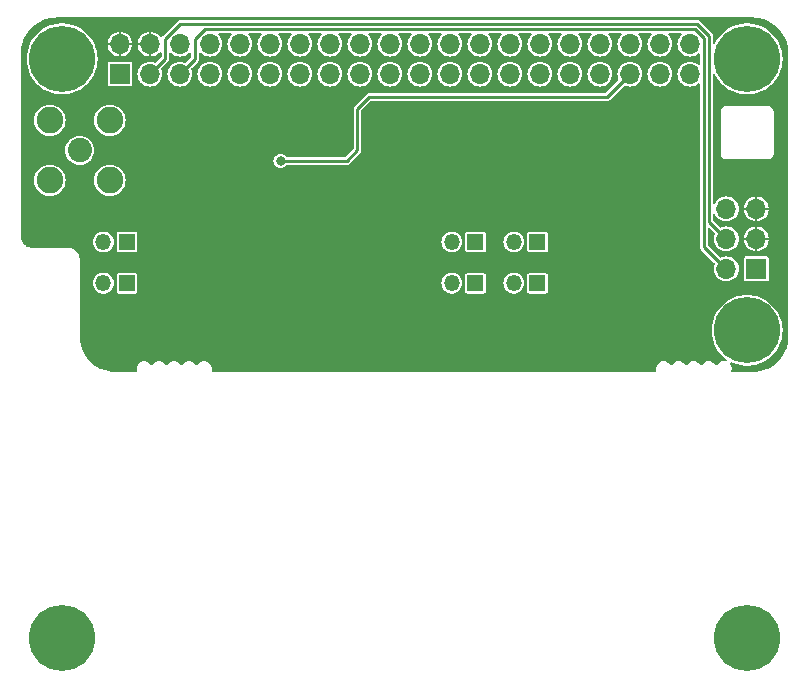
<source format=gbr>
%TF.GenerationSoftware,KiCad,Pcbnew,7.0.9*%
%TF.CreationDate,2024-04-30T18:34:20-07:00*%
%TF.ProjectId,WSPRzero,57535052-7a65-4726-9f2e-6b696361645f,rev?*%
%TF.SameCoordinates,Original*%
%TF.FileFunction,Copper,L2,Bot*%
%TF.FilePolarity,Positive*%
%FSLAX46Y46*%
G04 Gerber Fmt 4.6, Leading zero omitted, Abs format (unit mm)*
G04 Created by KiCad (PCBNEW 7.0.9) date 2024-04-30 18:34:20*
%MOMM*%
%LPD*%
G01*
G04 APERTURE LIST*
%TA.AperFunction,ComponentPad*%
%ADD10C,5.600000*%
%TD*%
%TA.AperFunction,ComponentPad*%
%ADD11R,1.350000X1.350000*%
%TD*%
%TA.AperFunction,ComponentPad*%
%ADD12O,1.350000X1.350000*%
%TD*%
%TA.AperFunction,ComponentPad*%
%ADD13C,2.050000*%
%TD*%
%TA.AperFunction,ComponentPad*%
%ADD14C,2.250000*%
%TD*%
%TA.AperFunction,ComponentPad*%
%ADD15R,1.700000X1.700000*%
%TD*%
%TA.AperFunction,ComponentPad*%
%ADD16O,1.700000X1.700000*%
%TD*%
%TA.AperFunction,ViaPad*%
%ADD17C,0.800000*%
%TD*%
%TA.AperFunction,Conductor*%
%ADD18C,0.250000*%
%TD*%
G04 APERTURE END LIST*
D10*
%TO.P,H3,1*%
%TO.N,N/C*%
X111500000Y-76500000D03*
%TD*%
D11*
%TO.P,J4,1,Pin_1*%
%TO.N,Net-(J4-Pin_1)*%
X93750000Y-69000000D03*
D12*
%TO.P,J4,2,Pin_2*%
%TO.N,Net-(J1-Pin_2)*%
X91750000Y-69000000D03*
%TD*%
D11*
%TO.P,J9,1,Pin_1*%
%TO.N,Net-(J9-Pin_1)*%
X59000000Y-69000000D03*
D12*
%TO.P,J9,2,Pin_2*%
%TO.N,Net-(D1-A)*%
X57000000Y-69000000D03*
%TD*%
D11*
%TO.P,J1,1,Pin_1*%
%TO.N,Net-(J1-Pin_1)*%
X93750000Y-72500000D03*
D12*
%TO.P,J1,2,Pin_2*%
%TO.N,Net-(J1-Pin_2)*%
X91750000Y-72500000D03*
%TD*%
D11*
%TO.P,J7,1,Pin_1*%
%TO.N,Net-(J5-Pin_1)*%
X88500000Y-69000000D03*
D12*
%TO.P,J7,2,Pin_2*%
%TO.N,Net-(J7-Pin_2)*%
X86500000Y-69000000D03*
%TD*%
D13*
%TO.P,J3,1,Pin_1*%
%TO.N,Net-(D1-A)*%
X55000000Y-61250000D03*
D14*
%TO.P,J3,2,Pin_2*%
%TO.N,GND*%
X57540000Y-58710000D03*
X52460000Y-58710000D03*
X57540000Y-63790000D03*
X52460000Y-63790000D03*
%TD*%
D10*
%TO.P,H2,1*%
%TO.N,N/C*%
X111500000Y-53500000D03*
%TD*%
%TO.P,H1,1*%
%TO.N,N/C*%
X53500000Y-53500000D03*
%TD*%
%TO.P,H5,1*%
%TO.N,N/C*%
X53500000Y-102500000D03*
%TD*%
%TO.P,H4,1*%
%TO.N,N/C*%
X111500000Y-102500000D03*
%TD*%
D11*
%TO.P,J5,1,Pin_1*%
%TO.N,Net-(J5-Pin_1)*%
X88500000Y-72500000D03*
D12*
%TO.P,J5,2,Pin_2*%
%TO.N,Net-(J5-Pin_2)*%
X86500000Y-72500000D03*
%TD*%
D15*
%TO.P,J6,1,Pin_1*%
%TO.N,GND*%
X112275000Y-71275000D03*
D16*
%TO.P,J6,2,Pin_2*%
%TO.N,/SCL*%
X109735000Y-71275000D03*
%TO.P,J6,3,Pin_3*%
%TO.N,VCC*%
X112275000Y-68735000D03*
%TO.P,J6,4,Pin_4*%
%TO.N,/SDA*%
X109735000Y-68735000D03*
%TO.P,J6,5,Pin_5*%
%TO.N,VCC*%
X112275000Y-66195000D03*
%TO.P,J6,6,Pin_6*%
%TO.N,/3.3V*%
X109735000Y-66195000D03*
%TD*%
D11*
%TO.P,J8,1,Pin_1*%
%TO.N,Net-(J8-Pin_1)*%
X59000000Y-72500000D03*
D12*
%TO.P,J8,2,Pin_2*%
%TO.N,Net-(D1-A)*%
X57000000Y-72500000D03*
%TD*%
D15*
%TO.P,J2,1,Pin_1*%
%TO.N,/3.3V*%
X58400000Y-54790000D03*
D16*
%TO.P,J2,2,Pin_2*%
%TO.N,VCC*%
X58400000Y-52250000D03*
%TO.P,J2,3,Pin_3*%
%TO.N,/SDA*%
X60940000Y-54790000D03*
%TO.P,J2,4,Pin_4*%
%TO.N,VCC*%
X60940000Y-52250000D03*
%TO.P,J2,5,Pin_5*%
%TO.N,/SCL*%
X63480000Y-54790000D03*
%TO.P,J2,6,Pin_6*%
%TO.N,GND*%
X63480000Y-52250000D03*
%TO.P,J2,7,Pin_7*%
%TO.N,Net-(J2-Pin_7)*%
X66020000Y-54790000D03*
%TO.P,J2,8,Pin_8*%
%TO.N,unconnected-(J2-Pin_8-Pad8)*%
X66020000Y-52250000D03*
%TO.P,J2,9,Pin_9*%
%TO.N,GND*%
X68560000Y-54790000D03*
%TO.P,J2,10,Pin_10*%
%TO.N,unconnected-(J2-Pin_10-Pad10)*%
X68560000Y-52250000D03*
%TO.P,J2,11,Pin_11*%
%TO.N,unconnected-(J2-Pin_11-Pad11)*%
X71100000Y-54790000D03*
%TO.P,J2,12,Pin_12*%
%TO.N,Net-(J2-Pin_12)*%
X71100000Y-52250000D03*
%TO.P,J2,13,Pin_13*%
%TO.N,unconnected-(J2-Pin_13-Pad13)*%
X73640000Y-54790000D03*
%TO.P,J2,14,Pin_14*%
%TO.N,GND*%
X73640000Y-52250000D03*
%TO.P,J2,15,Pin_15*%
%TO.N,unconnected-(J2-Pin_15-Pad15)*%
X76180000Y-54790000D03*
%TO.P,J2,16,Pin_16*%
%TO.N,unconnected-(J2-Pin_16-Pad16)*%
X76180000Y-52250000D03*
%TO.P,J2,17,Pin_17*%
%TO.N,unconnected-(J2-Pin_17-Pad17)*%
X78720000Y-54790000D03*
%TO.P,J2,18,Pin_18*%
%TO.N,unconnected-(J2-Pin_18-Pad18)*%
X78720000Y-52250000D03*
%TO.P,J2,19,Pin_19*%
%TO.N,unconnected-(J2-Pin_19-Pad19)*%
X81260000Y-54790000D03*
%TO.P,J2,20,Pin_20*%
%TO.N,GND*%
X81260000Y-52250000D03*
%TO.P,J2,21,Pin_21*%
%TO.N,unconnected-(J2-Pin_21-Pad21)*%
X83800000Y-54790000D03*
%TO.P,J2,22,Pin_22*%
%TO.N,unconnected-(J2-Pin_22-Pad22)*%
X83800000Y-52250000D03*
%TO.P,J2,23,Pin_23*%
%TO.N,unconnected-(J2-Pin_23-Pad23)*%
X86340000Y-54790000D03*
%TO.P,J2,24,Pin_24*%
%TO.N,unconnected-(J2-Pin_24-Pad24)*%
X86340000Y-52250000D03*
%TO.P,J2,25,Pin_25*%
%TO.N,GND*%
X88880000Y-54790000D03*
%TO.P,J2,26,Pin_26*%
%TO.N,unconnected-(J2-Pin_26-Pad26)*%
X88880000Y-52250000D03*
%TO.P,J2,27,Pin_27*%
%TO.N,unconnected-(J2-Pin_27-Pad27)*%
X91420000Y-54790000D03*
%TO.P,J2,28,Pin_28*%
%TO.N,unconnected-(J2-Pin_28-Pad28)*%
X91420000Y-52250000D03*
%TO.P,J2,29,Pin_29*%
%TO.N,unconnected-(J2-Pin_29-Pad29)*%
X93960000Y-54790000D03*
%TO.P,J2,30,Pin_30*%
%TO.N,GND*%
X93960000Y-52250000D03*
%TO.P,J2,31,Pin_31*%
%TO.N,unconnected-(J2-Pin_31-Pad31)*%
X96500000Y-54790000D03*
%TO.P,J2,32,Pin_32*%
%TO.N,unconnected-(J2-Pin_32-Pad32)*%
X96500000Y-52250000D03*
%TO.P,J2,33,Pin_33*%
%TO.N,unconnected-(J2-Pin_33-Pad33)*%
X99040000Y-54790000D03*
%TO.P,J2,34,Pin_34*%
%TO.N,GND*%
X99040000Y-52250000D03*
%TO.P,J2,35,Pin_35*%
%TO.N,Net-(J2-Pin_35)*%
X101580000Y-54790000D03*
%TO.P,J2,36,Pin_36*%
%TO.N,unconnected-(J2-Pin_36-Pad36)*%
X101580000Y-52250000D03*
%TO.P,J2,37,Pin_37*%
%TO.N,unconnected-(J2-Pin_37-Pad37)*%
X104120000Y-54790000D03*
%TO.P,J2,38,Pin_38*%
%TO.N,unconnected-(J2-Pin_38-Pad38)*%
X104120000Y-52250000D03*
%TO.P,J2,39,Pin_39*%
%TO.N,GND*%
X106660000Y-54790000D03*
%TO.P,J2,40,Pin_40*%
%TO.N,unconnected-(J2-Pin_40-Pad40)*%
X106660000Y-52250000D03*
%TD*%
D17*
%TO.N,VCC*%
X100500000Y-59000000D03*
%TO.N,Net-(J2-Pin_35)*%
X72000000Y-62150000D03*
%TD*%
D18*
%TO.N,Net-(J2-Pin_35)*%
X77600000Y-62150000D02*
X72000000Y-62150000D01*
X101580000Y-54790000D02*
X99620000Y-56750000D01*
X78500000Y-57750000D02*
X78500000Y-61250000D01*
X79500000Y-56750000D02*
X78500000Y-57750000D01*
X78500000Y-61250000D02*
X77600000Y-62150000D01*
X99620000Y-56750000D02*
X79500000Y-56750000D01*
%TO.N,/SDA*%
X108285000Y-51576903D02*
X108285000Y-67325000D01*
X107258097Y-50550000D02*
X108285000Y-51576903D01*
X108285000Y-67325000D02*
X109725000Y-68765000D01*
X63518299Y-50550000D02*
X107258097Y-50550000D01*
X60940000Y-54790000D02*
X62250000Y-53480000D01*
X62250000Y-53480000D02*
X62250000Y-51818299D01*
X62250000Y-51818299D02*
X63518299Y-50550000D01*
%TO.N,/SCL*%
X107835000Y-69415000D02*
X109725000Y-71305000D01*
X63480000Y-54790000D02*
X64750000Y-53520000D01*
X107071701Y-51000000D02*
X107835000Y-51763299D01*
X64750000Y-51858299D02*
X65608299Y-51000000D01*
X65608299Y-51000000D02*
X107071701Y-51000000D01*
X64750000Y-53520000D02*
X64750000Y-51858299D01*
X107835000Y-51763299D02*
X107835000Y-69415000D01*
%TD*%
%TA.AperFunction,Conductor*%
%TO.N,VCC*%
G36*
X112001293Y-50000567D02*
G01*
X112133628Y-50007503D01*
X112317654Y-50017838D01*
X112322597Y-50018367D01*
X112475647Y-50042608D01*
X112638763Y-50070322D01*
X112643252Y-50071303D01*
X112796693Y-50112418D01*
X112926782Y-50149896D01*
X112952235Y-50157229D01*
X112956265Y-50158579D01*
X113106183Y-50216127D01*
X113254469Y-50277549D01*
X113257981Y-50279169D01*
X113357520Y-50329887D01*
X113401922Y-50352511D01*
X113541864Y-50429854D01*
X113544839Y-50431638D01*
X113680858Y-50519970D01*
X113680872Y-50519979D01*
X113811071Y-50612361D01*
X113813578Y-50614263D01*
X113938985Y-50715814D01*
X113940802Y-50717359D01*
X113966388Y-50740224D01*
X114058967Y-50822958D01*
X114060985Y-50824866D01*
X114175132Y-50939013D01*
X114177040Y-50941031D01*
X114269509Y-51044504D01*
X114282625Y-51059180D01*
X114284184Y-51061013D01*
X114385735Y-51186420D01*
X114387637Y-51188927D01*
X114480020Y-51319127D01*
X114484159Y-51325500D01*
X114556709Y-51437218D01*
X114568340Y-51455127D01*
X114570150Y-51458144D01*
X114647488Y-51598077D01*
X114720825Y-51742008D01*
X114722453Y-51745539D01*
X114783877Y-51893829D01*
X114841416Y-52043726D01*
X114842769Y-52047763D01*
X114887579Y-52203297D01*
X114928693Y-52356739D01*
X114929680Y-52361261D01*
X114957394Y-52524369D01*
X114981629Y-52677388D01*
X114982161Y-52682359D01*
X114992509Y-52866616D01*
X114996142Y-52935930D01*
X114999293Y-52996059D01*
X114999432Y-52998699D01*
X114999500Y-53001291D01*
X114999500Y-76998708D01*
X114999432Y-77001300D01*
X114992509Y-77133383D01*
X114982161Y-77317639D01*
X114981629Y-77322609D01*
X114957394Y-77475630D01*
X114929680Y-77638737D01*
X114928693Y-77643259D01*
X114887579Y-77796702D01*
X114842769Y-77952235D01*
X114841416Y-77956272D01*
X114783877Y-78106170D01*
X114722453Y-78254459D01*
X114720825Y-78257990D01*
X114647488Y-78401922D01*
X114570150Y-78541855D01*
X114568340Y-78544871D01*
X114480020Y-78680872D01*
X114387637Y-78811071D01*
X114385735Y-78813579D01*
X114284184Y-78938985D01*
X114282625Y-78940818D01*
X114177040Y-79058967D01*
X114175132Y-79060985D01*
X114060985Y-79175132D01*
X114058967Y-79177040D01*
X113940818Y-79282625D01*
X113938985Y-79284184D01*
X113813579Y-79385735D01*
X113811071Y-79387637D01*
X113680872Y-79480020D01*
X113544871Y-79568340D01*
X113541855Y-79570150D01*
X113401922Y-79647488D01*
X113257990Y-79720825D01*
X113254459Y-79722453D01*
X113106170Y-79783877D01*
X112956272Y-79841416D01*
X112952235Y-79842769D01*
X112796702Y-79887579D01*
X112643259Y-79928693D01*
X112638737Y-79929680D01*
X112475630Y-79957394D01*
X112322609Y-79981629D01*
X112317639Y-79982161D01*
X112133383Y-79992509D01*
X112036388Y-79997592D01*
X112001293Y-79999432D01*
X111998709Y-79999500D01*
X110500500Y-79999500D01*
X110500000Y-79999500D01*
X110412468Y-79999500D01*
X110412467Y-79999500D01*
X110408901Y-79999812D01*
X110404587Y-80000000D01*
X110267034Y-80000000D01*
X110208843Y-79981093D01*
X110172879Y-79931593D01*
X110169788Y-79882449D01*
X110188038Y-79786777D01*
X110188039Y-79786771D01*
X110177819Y-79624333D01*
X110177819Y-79624330D01*
X110127522Y-79469533D01*
X110127520Y-79469530D01*
X110127520Y-79469529D01*
X110038691Y-79329557D01*
X110023474Y-79270294D01*
X110045998Y-79213405D01*
X110097659Y-79180620D01*
X110158723Y-79184462D01*
X110166699Y-79188035D01*
X110309549Y-79259777D01*
X110637989Y-79379319D01*
X110637992Y-79379319D01*
X110637993Y-79379320D01*
X110978075Y-79459921D01*
X110978080Y-79459921D01*
X110978086Y-79459923D01*
X111325241Y-79500500D01*
X111325244Y-79500500D01*
X111674756Y-79500500D01*
X111674759Y-79500500D01*
X112021914Y-79459923D01*
X112021920Y-79459921D01*
X112021924Y-79459921D01*
X112326914Y-79387637D01*
X112362011Y-79379319D01*
X112690451Y-79259777D01*
X113002793Y-79102913D01*
X113294811Y-78910849D01*
X113562558Y-78686183D01*
X113802412Y-78431953D01*
X114011130Y-78151596D01*
X114185889Y-77848904D01*
X114324326Y-77527971D01*
X114424569Y-77193136D01*
X114485262Y-76848927D01*
X114505585Y-76500000D01*
X114485262Y-76151073D01*
X114424569Y-75806864D01*
X114324326Y-75472029D01*
X114185889Y-75151096D01*
X114011130Y-74848404D01*
X113802412Y-74568047D01*
X113562558Y-74313817D01*
X113294811Y-74089151D01*
X113200157Y-74026896D01*
X113002794Y-73897087D01*
X112690453Y-73740224D01*
X112690452Y-73740223D01*
X112690451Y-73740223D01*
X112362011Y-73620681D01*
X112362012Y-73620681D01*
X112362006Y-73620679D01*
X112021924Y-73540078D01*
X111909089Y-73526889D01*
X111674759Y-73499500D01*
X111325241Y-73499500D01*
X111133950Y-73521858D01*
X110978075Y-73540078D01*
X110637993Y-73620679D01*
X110441191Y-73692309D01*
X110309549Y-73740223D01*
X110309548Y-73740223D01*
X110309546Y-73740224D01*
X109997205Y-73897087D01*
X109705190Y-74089150D01*
X109437443Y-74313815D01*
X109197591Y-74568043D01*
X108988871Y-74848402D01*
X108988869Y-74848405D01*
X108814111Y-75151095D01*
X108814108Y-75151102D01*
X108675674Y-75472027D01*
X108675672Y-75472034D01*
X108575430Y-75806865D01*
X108575430Y-75806866D01*
X108514738Y-76151070D01*
X108494415Y-76500000D01*
X108514738Y-76848929D01*
X108575430Y-77193133D01*
X108575430Y-77193134D01*
X108675672Y-77527965D01*
X108675674Y-77527972D01*
X108716938Y-77623632D01*
X108814111Y-77848904D01*
X108988870Y-78151596D01*
X109197588Y-78431953D01*
X109437442Y-78686183D01*
X109705189Y-78910849D01*
X109739051Y-78933120D01*
X109777278Y-78980893D01*
X109780125Y-79042012D01*
X109746503Y-79093132D01*
X109689255Y-79114726D01*
X109660028Y-79111723D01*
X109621382Y-79101800D01*
X109621381Y-79101800D01*
X109499472Y-79101800D01*
X109499471Y-79101800D01*
X109378524Y-79117078D01*
X109227188Y-79176997D01*
X109227180Y-79177001D01*
X109095511Y-79272664D01*
X108991758Y-79398079D01*
X108988423Y-79403336D01*
X108987290Y-79402617D01*
X108950077Y-79442237D01*
X108889974Y-79453695D01*
X108834615Y-79427637D01*
X108818804Y-79408523D01*
X108812175Y-79398077D01*
X108770310Y-79332108D01*
X108770307Y-79332105D01*
X108651662Y-79220689D01*
X108509029Y-79142277D01*
X108351382Y-79101800D01*
X108351381Y-79101800D01*
X108229472Y-79101800D01*
X108229471Y-79101800D01*
X108108524Y-79117078D01*
X107957188Y-79176997D01*
X107957180Y-79177001D01*
X107825511Y-79272664D01*
X107721758Y-79398079D01*
X107718423Y-79403336D01*
X107717290Y-79402617D01*
X107680077Y-79442237D01*
X107619974Y-79453695D01*
X107564615Y-79427637D01*
X107548804Y-79408523D01*
X107542175Y-79398077D01*
X107500310Y-79332108D01*
X107500307Y-79332105D01*
X107381662Y-79220689D01*
X107239029Y-79142277D01*
X107081382Y-79101800D01*
X107081381Y-79101800D01*
X106959472Y-79101800D01*
X106959471Y-79101800D01*
X106838524Y-79117078D01*
X106687188Y-79176997D01*
X106687180Y-79177001D01*
X106555511Y-79272664D01*
X106451758Y-79398079D01*
X106448423Y-79403336D01*
X106447290Y-79402617D01*
X106410077Y-79442237D01*
X106349974Y-79453695D01*
X106294615Y-79427637D01*
X106278804Y-79408523D01*
X106272175Y-79398077D01*
X106230310Y-79332108D01*
X106230307Y-79332105D01*
X106111662Y-79220689D01*
X105969029Y-79142277D01*
X105811382Y-79101800D01*
X105811381Y-79101800D01*
X105689472Y-79101800D01*
X105689471Y-79101800D01*
X105568524Y-79117078D01*
X105417188Y-79176997D01*
X105417180Y-79177001D01*
X105285511Y-79272664D01*
X105181758Y-79398079D01*
X105178423Y-79403336D01*
X105177290Y-79402617D01*
X105140077Y-79442237D01*
X105079974Y-79453695D01*
X105024615Y-79427637D01*
X105008804Y-79408523D01*
X105002175Y-79398077D01*
X104960310Y-79332108D01*
X104960307Y-79332105D01*
X104841662Y-79220689D01*
X104699029Y-79142277D01*
X104541382Y-79101800D01*
X104541381Y-79101800D01*
X104419472Y-79101800D01*
X104419471Y-79101800D01*
X104298524Y-79117078D01*
X104147188Y-79176997D01*
X104147180Y-79177001D01*
X104015511Y-79272664D01*
X103911760Y-79398077D01*
X103842459Y-79545349D01*
X103811961Y-79705222D01*
X103811960Y-79705227D01*
X103822180Y-79867669D01*
X103823071Y-79870409D01*
X103823070Y-79872335D01*
X103823347Y-79873782D01*
X103823070Y-79873834D01*
X103823070Y-79931594D01*
X103787106Y-79981093D01*
X103728916Y-80000000D01*
X103595401Y-80000000D01*
X103591087Y-79999812D01*
X103587531Y-79999501D01*
X103500098Y-79999501D01*
X66500501Y-79999501D01*
X66500001Y-79999501D01*
X66412469Y-79999501D01*
X66412468Y-79999501D01*
X66408913Y-79999812D01*
X66404599Y-80000000D01*
X66267034Y-80000000D01*
X66208843Y-79981093D01*
X66172879Y-79931593D01*
X66169788Y-79882449D01*
X66188038Y-79786777D01*
X66188039Y-79786771D01*
X66177819Y-79624333D01*
X66177819Y-79624330D01*
X66127522Y-79469533D01*
X66040310Y-79332108D01*
X66040309Y-79332107D01*
X66040308Y-79332105D01*
X65921662Y-79220689D01*
X65779029Y-79142277D01*
X65621382Y-79101800D01*
X65621381Y-79101800D01*
X65499472Y-79101800D01*
X65499471Y-79101800D01*
X65378524Y-79117078D01*
X65227188Y-79176997D01*
X65227180Y-79177001D01*
X65095511Y-79272664D01*
X64991758Y-79398079D01*
X64988423Y-79403336D01*
X64987290Y-79402617D01*
X64950077Y-79442237D01*
X64889974Y-79453695D01*
X64834615Y-79427637D01*
X64818804Y-79408523D01*
X64812175Y-79398077D01*
X64770310Y-79332108D01*
X64770307Y-79332105D01*
X64651662Y-79220689D01*
X64509029Y-79142277D01*
X64351382Y-79101800D01*
X64351381Y-79101800D01*
X64229472Y-79101800D01*
X64229471Y-79101800D01*
X64108524Y-79117078D01*
X63957188Y-79176997D01*
X63957180Y-79177001D01*
X63825511Y-79272664D01*
X63721758Y-79398079D01*
X63718423Y-79403336D01*
X63717290Y-79402617D01*
X63680077Y-79442237D01*
X63619974Y-79453695D01*
X63564615Y-79427637D01*
X63548804Y-79408523D01*
X63542175Y-79398077D01*
X63500310Y-79332108D01*
X63500307Y-79332105D01*
X63381662Y-79220689D01*
X63239029Y-79142277D01*
X63081382Y-79101800D01*
X63081381Y-79101800D01*
X62959472Y-79101800D01*
X62959471Y-79101800D01*
X62838524Y-79117078D01*
X62687188Y-79176997D01*
X62687180Y-79177001D01*
X62555511Y-79272664D01*
X62451758Y-79398079D01*
X62448423Y-79403336D01*
X62447290Y-79402617D01*
X62410077Y-79442237D01*
X62349974Y-79453695D01*
X62294615Y-79427637D01*
X62278804Y-79408523D01*
X62272175Y-79398077D01*
X62230310Y-79332108D01*
X62230307Y-79332105D01*
X62111662Y-79220689D01*
X61969029Y-79142277D01*
X61811382Y-79101800D01*
X61811381Y-79101800D01*
X61689472Y-79101800D01*
X61689471Y-79101800D01*
X61568524Y-79117078D01*
X61417188Y-79176997D01*
X61417180Y-79177001D01*
X61285511Y-79272664D01*
X61181758Y-79398079D01*
X61178423Y-79403336D01*
X61177290Y-79402617D01*
X61140077Y-79442237D01*
X61079974Y-79453695D01*
X61024615Y-79427637D01*
X61008804Y-79408523D01*
X61002175Y-79398077D01*
X60960310Y-79332108D01*
X60960307Y-79332105D01*
X60841662Y-79220689D01*
X60699029Y-79142277D01*
X60541382Y-79101800D01*
X60541381Y-79101800D01*
X60419472Y-79101800D01*
X60419471Y-79101800D01*
X60298524Y-79117078D01*
X60147188Y-79176997D01*
X60147180Y-79177001D01*
X60015511Y-79272664D01*
X59911760Y-79398077D01*
X59842459Y-79545349D01*
X59811961Y-79705222D01*
X59811960Y-79705227D01*
X59822180Y-79867669D01*
X59823071Y-79870409D01*
X59823070Y-79872335D01*
X59823347Y-79873782D01*
X59823070Y-79873834D01*
X59823070Y-79931594D01*
X59787106Y-79981093D01*
X59728916Y-80000000D01*
X59595401Y-80000000D01*
X59591087Y-79999812D01*
X59587531Y-79999501D01*
X59587530Y-79999501D01*
X58001290Y-79999501D01*
X57998705Y-79999433D01*
X57953328Y-79997055D01*
X57866613Y-79992510D01*
X57682358Y-79982162D01*
X57677387Y-79981630D01*
X57524368Y-79957395D01*
X57361260Y-79929681D01*
X57356738Y-79928694D01*
X57203296Y-79887580D01*
X57047758Y-79842769D01*
X57043720Y-79841415D01*
X56893812Y-79783871D01*
X56745547Y-79722457D01*
X56742016Y-79720829D01*
X56598087Y-79647494D01*
X56458132Y-79570144D01*
X56455116Y-79568334D01*
X56319137Y-79480028D01*
X56188916Y-79387631D01*
X56186409Y-79385729D01*
X56061022Y-79284194D01*
X56059200Y-79282645D01*
X55941029Y-79177040D01*
X55939012Y-79175133D01*
X55824865Y-79060986D01*
X55822957Y-79058968D01*
X55807804Y-79042012D01*
X55717348Y-78940792D01*
X55715804Y-78938976D01*
X55614269Y-78813589D01*
X55612367Y-78811082D01*
X55519971Y-78680862D01*
X55431664Y-78544882D01*
X55429854Y-78541865D01*
X55429848Y-78541855D01*
X55421050Y-78525935D01*
X55352505Y-78401912D01*
X55279169Y-78257982D01*
X55277545Y-78254459D01*
X55216132Y-78106197D01*
X55158580Y-77956270D01*
X55157229Y-77952240D01*
X55112419Y-77796703D01*
X55107314Y-77777652D01*
X55071302Y-77643253D01*
X55070321Y-77638764D01*
X55042600Y-77475607D01*
X55018366Y-77322598D01*
X55017837Y-77317655D01*
X55007489Y-77133383D01*
X55000566Y-77001295D01*
X55000499Y-76998710D01*
X55000500Y-72500000D01*
X56119678Y-72500000D01*
X56138916Y-72683034D01*
X56195784Y-72858054D01*
X56195790Y-72858068D01*
X56268893Y-72984684D01*
X56287805Y-73017440D01*
X56410950Y-73154207D01*
X56559839Y-73262381D01*
X56559843Y-73262383D01*
X56559845Y-73262384D01*
X56615485Y-73287156D01*
X56727966Y-73337236D01*
X56907981Y-73375500D01*
X56907983Y-73375500D01*
X57092017Y-73375500D01*
X57092019Y-73375500D01*
X57272034Y-73337236D01*
X57440161Y-73262381D01*
X57533253Y-73194746D01*
X58124500Y-73194746D01*
X58124501Y-73194758D01*
X58136132Y-73253227D01*
X58136134Y-73253233D01*
X58142249Y-73262384D01*
X58180448Y-73319552D01*
X58246769Y-73363867D01*
X58291231Y-73372711D01*
X58305241Y-73375498D01*
X58305246Y-73375498D01*
X58305252Y-73375500D01*
X58305253Y-73375500D01*
X59694747Y-73375500D01*
X59694748Y-73375500D01*
X59753231Y-73363867D01*
X59819552Y-73319552D01*
X59863867Y-73253231D01*
X59875500Y-73194748D01*
X59875500Y-72500000D01*
X85619678Y-72500000D01*
X85638916Y-72683034D01*
X85695784Y-72858054D01*
X85695790Y-72858068D01*
X85768893Y-72984684D01*
X85787805Y-73017440D01*
X85910950Y-73154207D01*
X86059839Y-73262381D01*
X86059843Y-73262383D01*
X86059845Y-73262384D01*
X86115485Y-73287156D01*
X86227966Y-73337236D01*
X86407981Y-73375500D01*
X86407983Y-73375500D01*
X86592017Y-73375500D01*
X86592019Y-73375500D01*
X86772034Y-73337236D01*
X86940161Y-73262381D01*
X87033253Y-73194746D01*
X87624500Y-73194746D01*
X87624501Y-73194758D01*
X87636132Y-73253227D01*
X87636134Y-73253233D01*
X87642249Y-73262384D01*
X87680448Y-73319552D01*
X87746769Y-73363867D01*
X87791231Y-73372711D01*
X87805241Y-73375498D01*
X87805246Y-73375498D01*
X87805252Y-73375500D01*
X87805253Y-73375500D01*
X89194747Y-73375500D01*
X89194748Y-73375500D01*
X89253231Y-73363867D01*
X89319552Y-73319552D01*
X89363867Y-73253231D01*
X89375500Y-73194748D01*
X89375500Y-72500000D01*
X90869678Y-72500000D01*
X90888916Y-72683034D01*
X90945784Y-72858054D01*
X90945790Y-72858068D01*
X91018893Y-72984684D01*
X91037805Y-73017440D01*
X91160950Y-73154207D01*
X91309839Y-73262381D01*
X91309843Y-73262383D01*
X91309845Y-73262384D01*
X91365485Y-73287156D01*
X91477966Y-73337236D01*
X91657981Y-73375500D01*
X91657983Y-73375500D01*
X91842017Y-73375500D01*
X91842019Y-73375500D01*
X92022034Y-73337236D01*
X92190161Y-73262381D01*
X92283253Y-73194746D01*
X92874500Y-73194746D01*
X92874501Y-73194758D01*
X92886132Y-73253227D01*
X92886134Y-73253233D01*
X92892249Y-73262384D01*
X92930448Y-73319552D01*
X92996769Y-73363867D01*
X93041231Y-73372711D01*
X93055241Y-73375498D01*
X93055246Y-73375498D01*
X93055252Y-73375500D01*
X93055253Y-73375500D01*
X94444747Y-73375500D01*
X94444748Y-73375500D01*
X94503231Y-73363867D01*
X94569552Y-73319552D01*
X94613867Y-73253231D01*
X94625500Y-73194748D01*
X94625500Y-71805252D01*
X94613867Y-71746769D01*
X94569552Y-71680448D01*
X94569548Y-71680445D01*
X94503233Y-71636134D01*
X94503231Y-71636133D01*
X94503228Y-71636132D01*
X94503227Y-71636132D01*
X94444758Y-71624501D01*
X94444748Y-71624500D01*
X93055252Y-71624500D01*
X93055251Y-71624500D01*
X93055241Y-71624501D01*
X92996772Y-71636132D01*
X92996766Y-71636134D01*
X92930451Y-71680445D01*
X92930445Y-71680451D01*
X92886134Y-71746766D01*
X92886132Y-71746772D01*
X92874501Y-71805241D01*
X92874500Y-71805253D01*
X92874500Y-73194746D01*
X92283253Y-73194746D01*
X92339050Y-73154207D01*
X92462195Y-73017440D01*
X92554214Y-72858059D01*
X92611085Y-72683029D01*
X92630322Y-72500000D01*
X92611085Y-72316971D01*
X92554214Y-72141941D01*
X92554211Y-72141936D01*
X92554209Y-72141931D01*
X92484625Y-72021410D01*
X92462195Y-71982560D01*
X92339050Y-71845793D01*
X92190161Y-71737619D01*
X92190157Y-71737617D01*
X92190154Y-71737615D01*
X92022036Y-71662765D01*
X92022034Y-71662764D01*
X92022031Y-71662763D01*
X92022030Y-71662763D01*
X91975135Y-71652795D01*
X91842019Y-71624500D01*
X91657981Y-71624500D01*
X91560797Y-71645157D01*
X91477969Y-71662763D01*
X91477963Y-71662765D01*
X91309845Y-71737615D01*
X91309842Y-71737617D01*
X91160948Y-71845794D01*
X91037803Y-71982562D01*
X91037803Y-71982563D01*
X90945790Y-72141931D01*
X90945784Y-72141945D01*
X90888916Y-72316965D01*
X90888915Y-72316969D01*
X90888915Y-72316971D01*
X90869678Y-72500000D01*
X89375500Y-72500000D01*
X89375500Y-71805252D01*
X89363867Y-71746769D01*
X89319552Y-71680448D01*
X89319548Y-71680445D01*
X89253233Y-71636134D01*
X89253231Y-71636133D01*
X89253228Y-71636132D01*
X89253227Y-71636132D01*
X89194758Y-71624501D01*
X89194748Y-71624500D01*
X87805252Y-71624500D01*
X87805251Y-71624500D01*
X87805241Y-71624501D01*
X87746772Y-71636132D01*
X87746766Y-71636134D01*
X87680451Y-71680445D01*
X87680445Y-71680451D01*
X87636134Y-71746766D01*
X87636132Y-71746772D01*
X87624501Y-71805241D01*
X87624500Y-71805253D01*
X87624500Y-73194746D01*
X87033253Y-73194746D01*
X87089050Y-73154207D01*
X87212195Y-73017440D01*
X87304214Y-72858059D01*
X87361085Y-72683029D01*
X87380322Y-72500000D01*
X87361085Y-72316971D01*
X87304214Y-72141941D01*
X87304211Y-72141936D01*
X87304209Y-72141931D01*
X87234625Y-72021410D01*
X87212195Y-71982560D01*
X87089050Y-71845793D01*
X86940161Y-71737619D01*
X86940157Y-71737617D01*
X86940154Y-71737615D01*
X86772036Y-71662765D01*
X86772034Y-71662764D01*
X86772031Y-71662763D01*
X86772030Y-71662763D01*
X86725135Y-71652795D01*
X86592019Y-71624500D01*
X86407981Y-71624500D01*
X86310797Y-71645157D01*
X86227969Y-71662763D01*
X86227963Y-71662765D01*
X86059845Y-71737615D01*
X86059842Y-71737617D01*
X85910948Y-71845794D01*
X85787803Y-71982562D01*
X85787803Y-71982563D01*
X85695790Y-72141931D01*
X85695784Y-72141945D01*
X85638916Y-72316965D01*
X85638915Y-72316969D01*
X85638915Y-72316971D01*
X85619678Y-72500000D01*
X59875500Y-72500000D01*
X59875500Y-71805252D01*
X59863867Y-71746769D01*
X59819552Y-71680448D01*
X59819548Y-71680445D01*
X59753233Y-71636134D01*
X59753231Y-71636133D01*
X59753228Y-71636132D01*
X59753227Y-71636132D01*
X59694758Y-71624501D01*
X59694748Y-71624500D01*
X58305252Y-71624500D01*
X58305251Y-71624500D01*
X58305241Y-71624501D01*
X58246772Y-71636132D01*
X58246766Y-71636134D01*
X58180451Y-71680445D01*
X58180445Y-71680451D01*
X58136134Y-71746766D01*
X58136132Y-71746772D01*
X58124501Y-71805241D01*
X58124500Y-71805253D01*
X58124500Y-73194746D01*
X57533253Y-73194746D01*
X57589050Y-73154207D01*
X57712195Y-73017440D01*
X57804214Y-72858059D01*
X57861085Y-72683029D01*
X57880322Y-72500000D01*
X57861085Y-72316971D01*
X57804214Y-72141941D01*
X57804211Y-72141936D01*
X57804209Y-72141931D01*
X57734625Y-72021410D01*
X57712195Y-71982560D01*
X57589050Y-71845793D01*
X57440161Y-71737619D01*
X57440157Y-71737617D01*
X57440154Y-71737615D01*
X57272036Y-71662765D01*
X57272034Y-71662764D01*
X57272031Y-71662763D01*
X57272030Y-71662763D01*
X57225135Y-71652795D01*
X57092019Y-71624500D01*
X56907981Y-71624500D01*
X56810797Y-71645157D01*
X56727969Y-71662763D01*
X56727963Y-71662765D01*
X56559845Y-71737615D01*
X56559842Y-71737617D01*
X56410948Y-71845794D01*
X56287803Y-71982562D01*
X56287803Y-71982563D01*
X56195790Y-72141931D01*
X56195784Y-72141945D01*
X56138916Y-72316965D01*
X56138915Y-72316969D01*
X56138915Y-72316971D01*
X56119678Y-72500000D01*
X55000500Y-72500000D01*
X55000500Y-70499901D01*
X55000500Y-70412468D01*
X55000499Y-70412463D01*
X54997828Y-70397315D01*
X54970101Y-70240062D01*
X54910225Y-70075555D01*
X54822692Y-69923945D01*
X54710163Y-69789837D01*
X54576055Y-69677308D01*
X54464126Y-69612685D01*
X54424447Y-69589776D01*
X54424441Y-69589773D01*
X54259948Y-69529902D01*
X54259940Y-69529900D01*
X54259938Y-69529899D01*
X54225456Y-69523819D01*
X54087536Y-69499500D01*
X54087532Y-69499500D01*
X54000099Y-69499500D01*
X51002162Y-69499500D01*
X50997845Y-69499311D01*
X50954554Y-69495523D01*
X50826201Y-69482881D01*
X50810284Y-69479985D01*
X50763909Y-69467560D01*
X50741669Y-69461601D01*
X50701271Y-69449347D01*
X50646739Y-69432804D01*
X50633639Y-69427791D01*
X50564308Y-69395462D01*
X50561893Y-69394255D01*
X50477009Y-69348883D01*
X50471946Y-69345773D01*
X50404777Y-69298740D01*
X50401765Y-69296455D01*
X50328723Y-69236512D01*
X50325121Y-69233247D01*
X50266751Y-69174877D01*
X50263486Y-69171275D01*
X50203543Y-69098233D01*
X50201258Y-69095221D01*
X50154225Y-69028052D01*
X50151115Y-69022989D01*
X50138827Y-69000000D01*
X56119678Y-69000000D01*
X56138058Y-69174877D01*
X56138916Y-69183034D01*
X56195784Y-69358054D01*
X56195790Y-69358068D01*
X56267003Y-69481410D01*
X56287805Y-69517440D01*
X56373562Y-69612683D01*
X56386862Y-69627455D01*
X56410950Y-69654207D01*
X56559839Y-69762381D01*
X56559843Y-69762383D01*
X56559845Y-69762384D01*
X56599928Y-69780230D01*
X56727966Y-69837236D01*
X56907981Y-69875500D01*
X56907983Y-69875500D01*
X57092017Y-69875500D01*
X57092019Y-69875500D01*
X57272034Y-69837236D01*
X57440161Y-69762381D01*
X57533253Y-69694746D01*
X58124500Y-69694746D01*
X58124501Y-69694758D01*
X58136132Y-69753227D01*
X58136134Y-69753233D01*
X58160593Y-69789838D01*
X58180448Y-69819552D01*
X58246769Y-69863867D01*
X58291231Y-69872711D01*
X58305241Y-69875498D01*
X58305246Y-69875498D01*
X58305252Y-69875500D01*
X58305253Y-69875500D01*
X59694747Y-69875500D01*
X59694748Y-69875500D01*
X59753231Y-69863867D01*
X59819552Y-69819552D01*
X59863867Y-69753231D01*
X59875500Y-69694748D01*
X59875500Y-69000000D01*
X85619678Y-69000000D01*
X85638058Y-69174877D01*
X85638916Y-69183034D01*
X85695784Y-69358054D01*
X85695790Y-69358068D01*
X85767003Y-69481410D01*
X85787805Y-69517440D01*
X85873562Y-69612683D01*
X85886862Y-69627455D01*
X85910950Y-69654207D01*
X86059839Y-69762381D01*
X86059843Y-69762383D01*
X86059845Y-69762384D01*
X86099928Y-69780230D01*
X86227966Y-69837236D01*
X86407981Y-69875500D01*
X86407983Y-69875500D01*
X86592017Y-69875500D01*
X86592019Y-69875500D01*
X86772034Y-69837236D01*
X86940161Y-69762381D01*
X87033253Y-69694746D01*
X87624500Y-69694746D01*
X87624501Y-69694758D01*
X87636132Y-69753227D01*
X87636134Y-69753233D01*
X87660593Y-69789838D01*
X87680448Y-69819552D01*
X87746769Y-69863867D01*
X87791231Y-69872711D01*
X87805241Y-69875498D01*
X87805246Y-69875498D01*
X87805252Y-69875500D01*
X87805253Y-69875500D01*
X89194747Y-69875500D01*
X89194748Y-69875500D01*
X89253231Y-69863867D01*
X89319552Y-69819552D01*
X89363867Y-69753231D01*
X89375500Y-69694748D01*
X89375500Y-69000000D01*
X90869678Y-69000000D01*
X90888058Y-69174877D01*
X90888916Y-69183034D01*
X90945784Y-69358054D01*
X90945790Y-69358068D01*
X91017003Y-69481410D01*
X91037805Y-69517440D01*
X91123562Y-69612683D01*
X91136862Y-69627455D01*
X91160950Y-69654207D01*
X91309839Y-69762381D01*
X91309843Y-69762383D01*
X91309845Y-69762384D01*
X91349928Y-69780230D01*
X91477966Y-69837236D01*
X91657981Y-69875500D01*
X91657983Y-69875500D01*
X91842017Y-69875500D01*
X91842019Y-69875500D01*
X92022034Y-69837236D01*
X92190161Y-69762381D01*
X92283253Y-69694746D01*
X92874500Y-69694746D01*
X92874501Y-69694758D01*
X92886132Y-69753227D01*
X92886134Y-69753233D01*
X92910593Y-69789838D01*
X92930448Y-69819552D01*
X92996769Y-69863867D01*
X93041231Y-69872711D01*
X93055241Y-69875498D01*
X93055246Y-69875498D01*
X93055252Y-69875500D01*
X93055253Y-69875500D01*
X94444747Y-69875500D01*
X94444748Y-69875500D01*
X94503231Y-69863867D01*
X94569552Y-69819552D01*
X94613867Y-69753231D01*
X94625500Y-69694748D01*
X94625500Y-68305252D01*
X94613867Y-68246769D01*
X94569552Y-68180448D01*
X94543088Y-68162765D01*
X94503233Y-68136134D01*
X94503231Y-68136133D01*
X94503228Y-68136132D01*
X94503227Y-68136132D01*
X94444758Y-68124501D01*
X94444748Y-68124500D01*
X93055252Y-68124500D01*
X93055251Y-68124500D01*
X93055241Y-68124501D01*
X92996772Y-68136132D01*
X92996766Y-68136134D01*
X92930451Y-68180445D01*
X92930445Y-68180451D01*
X92886134Y-68246766D01*
X92886132Y-68246772D01*
X92874501Y-68305241D01*
X92874500Y-68305253D01*
X92874500Y-69694746D01*
X92283253Y-69694746D01*
X92339050Y-69654207D01*
X92462195Y-69517440D01*
X92554214Y-69358059D01*
X92611085Y-69183029D01*
X92630322Y-69000000D01*
X92611085Y-68816971D01*
X92554214Y-68641941D01*
X92554211Y-68641936D01*
X92554209Y-68641931D01*
X92489101Y-68529163D01*
X92462195Y-68482560D01*
X92339050Y-68345793D01*
X92190161Y-68237619D01*
X92190157Y-68237617D01*
X92190154Y-68237615D01*
X92022036Y-68162765D01*
X92022034Y-68162764D01*
X92022031Y-68162763D01*
X92022030Y-68162763D01*
X91955149Y-68148547D01*
X91842019Y-68124500D01*
X91657981Y-68124500D01*
X91560797Y-68145157D01*
X91477969Y-68162763D01*
X91477963Y-68162765D01*
X91309845Y-68237615D01*
X91309842Y-68237617D01*
X91160948Y-68345794D01*
X91037803Y-68482562D01*
X91037803Y-68482563D01*
X90945790Y-68641931D01*
X90945784Y-68641945D01*
X90888916Y-68816965D01*
X90888915Y-68816969D01*
X90888915Y-68816971D01*
X90869678Y-69000000D01*
X89375500Y-69000000D01*
X89375500Y-68305252D01*
X89363867Y-68246769D01*
X89319552Y-68180448D01*
X89293088Y-68162765D01*
X89253233Y-68136134D01*
X89253231Y-68136133D01*
X89253228Y-68136132D01*
X89253227Y-68136132D01*
X89194758Y-68124501D01*
X89194748Y-68124500D01*
X87805252Y-68124500D01*
X87805251Y-68124500D01*
X87805241Y-68124501D01*
X87746772Y-68136132D01*
X87746766Y-68136134D01*
X87680451Y-68180445D01*
X87680445Y-68180451D01*
X87636134Y-68246766D01*
X87636132Y-68246772D01*
X87624501Y-68305241D01*
X87624500Y-68305253D01*
X87624500Y-69694746D01*
X87033253Y-69694746D01*
X87089050Y-69654207D01*
X87212195Y-69517440D01*
X87304214Y-69358059D01*
X87361085Y-69183029D01*
X87380322Y-69000000D01*
X87361085Y-68816971D01*
X87304214Y-68641941D01*
X87304211Y-68641936D01*
X87304209Y-68641931D01*
X87239101Y-68529163D01*
X87212195Y-68482560D01*
X87089050Y-68345793D01*
X86940161Y-68237619D01*
X86940157Y-68237617D01*
X86940154Y-68237615D01*
X86772036Y-68162765D01*
X86772034Y-68162764D01*
X86772031Y-68162763D01*
X86772030Y-68162763D01*
X86705149Y-68148547D01*
X86592019Y-68124500D01*
X86407981Y-68124500D01*
X86310797Y-68145157D01*
X86227969Y-68162763D01*
X86227963Y-68162765D01*
X86059845Y-68237615D01*
X86059842Y-68237617D01*
X85910948Y-68345794D01*
X85787803Y-68482562D01*
X85787803Y-68482563D01*
X85695790Y-68641931D01*
X85695784Y-68641945D01*
X85638916Y-68816965D01*
X85638915Y-68816969D01*
X85638915Y-68816971D01*
X85619678Y-69000000D01*
X59875500Y-69000000D01*
X59875500Y-68305252D01*
X59863867Y-68246769D01*
X59819552Y-68180448D01*
X59793088Y-68162765D01*
X59753233Y-68136134D01*
X59753231Y-68136133D01*
X59753228Y-68136132D01*
X59753227Y-68136132D01*
X59694758Y-68124501D01*
X59694748Y-68124500D01*
X58305252Y-68124500D01*
X58305251Y-68124500D01*
X58305241Y-68124501D01*
X58246772Y-68136132D01*
X58246766Y-68136134D01*
X58180451Y-68180445D01*
X58180445Y-68180451D01*
X58136134Y-68246766D01*
X58136132Y-68246772D01*
X58124501Y-68305241D01*
X58124500Y-68305253D01*
X58124500Y-69694746D01*
X57533253Y-69694746D01*
X57589050Y-69654207D01*
X57712195Y-69517440D01*
X57804214Y-69358059D01*
X57861085Y-69183029D01*
X57880322Y-69000000D01*
X57861085Y-68816971D01*
X57804214Y-68641941D01*
X57804211Y-68641936D01*
X57804209Y-68641931D01*
X57739101Y-68529163D01*
X57712195Y-68482560D01*
X57589050Y-68345793D01*
X57440161Y-68237619D01*
X57440157Y-68237617D01*
X57440154Y-68237615D01*
X57272036Y-68162765D01*
X57272034Y-68162764D01*
X57272031Y-68162763D01*
X57272030Y-68162763D01*
X57205149Y-68148547D01*
X57092019Y-68124500D01*
X56907981Y-68124500D01*
X56810797Y-68145157D01*
X56727969Y-68162763D01*
X56727963Y-68162765D01*
X56559845Y-68237615D01*
X56559842Y-68237617D01*
X56410948Y-68345794D01*
X56287803Y-68482562D01*
X56287803Y-68482563D01*
X56195790Y-68641931D01*
X56195784Y-68641945D01*
X56138916Y-68816965D01*
X56138915Y-68816969D01*
X56138915Y-68816971D01*
X56119678Y-69000000D01*
X50138827Y-69000000D01*
X50105733Y-68938085D01*
X50104536Y-68935690D01*
X50072207Y-68866359D01*
X50067194Y-68853259D01*
X50038400Y-68758339D01*
X50020012Y-68689710D01*
X50017118Y-68673804D01*
X50004482Y-68545519D01*
X50000687Y-68502140D01*
X50000500Y-68497840D01*
X50000500Y-63790003D01*
X51129437Y-63790003D01*
X51149649Y-64021042D01*
X51149650Y-64021049D01*
X51149651Y-64021050D01*
X51209680Y-64245079D01*
X51307699Y-64455282D01*
X51440730Y-64645269D01*
X51604731Y-64809270D01*
X51794718Y-64942301D01*
X52004921Y-65040320D01*
X52228950Y-65100349D01*
X52228954Y-65100349D01*
X52228957Y-65100350D01*
X52459997Y-65120563D01*
X52460000Y-65120563D01*
X52460003Y-65120563D01*
X52691042Y-65100350D01*
X52691043Y-65100349D01*
X52691050Y-65100349D01*
X52915079Y-65040320D01*
X53125282Y-64942301D01*
X53315269Y-64809270D01*
X53479270Y-64645269D01*
X53612301Y-64455282D01*
X53710320Y-64245079D01*
X53770349Y-64021050D01*
X53790563Y-63790003D01*
X56209437Y-63790003D01*
X56229649Y-64021042D01*
X56229650Y-64021049D01*
X56229651Y-64021050D01*
X56289680Y-64245079D01*
X56387699Y-64455282D01*
X56520730Y-64645269D01*
X56684731Y-64809270D01*
X56874718Y-64942301D01*
X57084921Y-65040320D01*
X57308950Y-65100349D01*
X57308954Y-65100349D01*
X57308957Y-65100350D01*
X57539997Y-65120563D01*
X57540000Y-65120563D01*
X57540003Y-65120563D01*
X57771042Y-65100350D01*
X57771043Y-65100349D01*
X57771050Y-65100349D01*
X57995079Y-65040320D01*
X58205282Y-64942301D01*
X58395269Y-64809270D01*
X58559270Y-64645269D01*
X58692301Y-64455282D01*
X58790320Y-64245079D01*
X58850349Y-64021050D01*
X58870563Y-63790000D01*
X58850349Y-63558950D01*
X58790320Y-63334921D01*
X58692301Y-63124719D01*
X58559270Y-62934731D01*
X58395269Y-62770730D01*
X58395265Y-62770727D01*
X58395264Y-62770726D01*
X58257890Y-62674536D01*
X58205282Y-62637699D01*
X57995079Y-62539680D01*
X57771050Y-62479651D01*
X57771049Y-62479650D01*
X57771042Y-62479649D01*
X57540003Y-62459437D01*
X57539997Y-62459437D01*
X57308957Y-62479649D01*
X57308950Y-62479651D01*
X57084921Y-62539680D01*
X57002152Y-62578276D01*
X56874720Y-62637698D01*
X56684735Y-62770726D01*
X56520726Y-62934735D01*
X56387698Y-63124720D01*
X56289680Y-63334922D01*
X56229649Y-63558957D01*
X56209437Y-63789996D01*
X56209437Y-63790003D01*
X53790563Y-63790003D01*
X53790563Y-63790000D01*
X53770349Y-63558950D01*
X53710320Y-63334921D01*
X53612301Y-63124719D01*
X53479270Y-62934731D01*
X53315269Y-62770730D01*
X53315265Y-62770727D01*
X53315264Y-62770726D01*
X53177890Y-62674536D01*
X53125282Y-62637699D01*
X52915079Y-62539680D01*
X52691050Y-62479651D01*
X52691049Y-62479650D01*
X52691042Y-62479649D01*
X52460003Y-62459437D01*
X52459997Y-62459437D01*
X52228957Y-62479649D01*
X52228950Y-62479651D01*
X52004921Y-62539680D01*
X51922152Y-62578276D01*
X51794720Y-62637698D01*
X51604735Y-62770726D01*
X51440726Y-62934735D01*
X51307698Y-63124720D01*
X51209680Y-63334922D01*
X51149649Y-63558957D01*
X51129437Y-63789996D01*
X51129437Y-63790003D01*
X50000500Y-63790003D01*
X50000500Y-61250003D01*
X53769819Y-61250003D01*
X53788506Y-61463611D01*
X53788507Y-61463618D01*
X53788508Y-61463619D01*
X53844008Y-61670747D01*
X53930461Y-61856146D01*
X53934632Y-61865091D01*
X53934632Y-61865092D01*
X54024364Y-61993241D01*
X54057627Y-62040745D01*
X54209255Y-62192373D01*
X54209258Y-62192375D01*
X54209259Y-62192376D01*
X54384907Y-62315367D01*
X54384908Y-62315367D01*
X54384909Y-62315368D01*
X54579253Y-62405992D01*
X54786381Y-62461492D01*
X54786385Y-62461492D01*
X54786388Y-62461493D01*
X54999997Y-62480181D01*
X55000000Y-62480181D01*
X55000003Y-62480181D01*
X55213611Y-62461493D01*
X55213612Y-62461492D01*
X55213619Y-62461492D01*
X55420747Y-62405992D01*
X55615091Y-62315368D01*
X55790745Y-62192373D01*
X55833118Y-62150000D01*
X71394318Y-62150000D01*
X71414955Y-62306758D01*
X71414957Y-62306766D01*
X71475462Y-62452838D01*
X71475462Y-62452839D01*
X71571713Y-62578276D01*
X71571718Y-62578282D01*
X71697159Y-62674536D01*
X71843238Y-62735044D01*
X71960809Y-62750522D01*
X71999999Y-62755682D01*
X72000000Y-62755682D01*
X72000001Y-62755682D01*
X72031352Y-62751554D01*
X72156762Y-62735044D01*
X72302841Y-62674536D01*
X72428282Y-62578282D01*
X72477428Y-62514232D01*
X72527852Y-62479577D01*
X72555970Y-62475500D01*
X77583626Y-62475500D01*
X77587926Y-62475687D01*
X77628807Y-62479264D01*
X77668452Y-62468640D01*
X77672650Y-62467710D01*
X77713045Y-62460588D01*
X77714345Y-62459838D01*
X77738236Y-62449942D01*
X77738464Y-62449880D01*
X77739684Y-62449554D01*
X77773303Y-62426012D01*
X77776911Y-62423714D01*
X77812455Y-62403194D01*
X77838827Y-62371763D01*
X77841726Y-62368598D01*
X78718589Y-61491737D01*
X78721766Y-61488824D01*
X78753194Y-61462455D01*
X78773712Y-61426914D01*
X78776017Y-61423296D01*
X78799554Y-61389684D01*
X78799942Y-61388236D01*
X78809838Y-61364345D01*
X78810586Y-61363048D01*
X78810585Y-61363048D01*
X78810588Y-61363045D01*
X78817713Y-61322628D01*
X78818641Y-61318443D01*
X78829263Y-61278807D01*
X78825687Y-61237934D01*
X78825500Y-61233634D01*
X78825500Y-57925834D01*
X78844407Y-57867643D01*
X78854496Y-57855830D01*
X79605830Y-57104496D01*
X79660347Y-57076719D01*
X79675834Y-57075500D01*
X99603626Y-57075500D01*
X99607926Y-57075687D01*
X99648807Y-57079264D01*
X99688452Y-57068640D01*
X99692650Y-57067710D01*
X99733045Y-57060588D01*
X99734345Y-57059838D01*
X99758236Y-57049942D01*
X99758464Y-57049880D01*
X99759684Y-57049554D01*
X99793303Y-57026012D01*
X99796911Y-57023714D01*
X99832455Y-57003194D01*
X99858838Y-56971750D01*
X99861726Y-56968598D01*
X101051824Y-55778500D01*
X101106339Y-55750725D01*
X101166771Y-55760296D01*
X101168493Y-55761195D01*
X101176046Y-55765232D01*
X101239743Y-55784554D01*
X101374065Y-55825300D01*
X101374070Y-55825301D01*
X101579997Y-55845583D01*
X101580000Y-55845583D01*
X101580003Y-55845583D01*
X101785929Y-55825301D01*
X101785934Y-55825300D01*
X101983954Y-55765232D01*
X102166450Y-55667685D01*
X102326410Y-55536410D01*
X102457685Y-55376450D01*
X102555232Y-55193954D01*
X102615300Y-54995934D01*
X102615301Y-54995929D01*
X102635583Y-54790003D01*
X103064417Y-54790003D01*
X103084698Y-54995929D01*
X103084699Y-54995934D01*
X103144768Y-55193954D01*
X103242316Y-55376452D01*
X103287867Y-55431956D01*
X103373590Y-55536410D01*
X103373595Y-55536414D01*
X103533547Y-55667683D01*
X103533548Y-55667683D01*
X103533550Y-55667685D01*
X103716046Y-55765232D01*
X103853997Y-55807078D01*
X103914065Y-55825300D01*
X103914070Y-55825301D01*
X104119997Y-55845583D01*
X104120000Y-55845583D01*
X104120003Y-55845583D01*
X104325929Y-55825301D01*
X104325934Y-55825300D01*
X104523954Y-55765232D01*
X104706450Y-55667685D01*
X104866410Y-55536410D01*
X104997685Y-55376450D01*
X105095232Y-55193954D01*
X105155300Y-54995934D01*
X105155301Y-54995929D01*
X105175583Y-54790003D01*
X105175583Y-54789996D01*
X105155301Y-54584070D01*
X105155300Y-54584065D01*
X105137078Y-54523997D01*
X105095232Y-54386046D01*
X104997685Y-54203550D01*
X104866410Y-54043590D01*
X104716123Y-53920253D01*
X104706452Y-53912316D01*
X104523954Y-53814768D01*
X104325934Y-53754699D01*
X104325929Y-53754698D01*
X104120003Y-53734417D01*
X104119997Y-53734417D01*
X103914070Y-53754698D01*
X103914065Y-53754699D01*
X103716045Y-53814768D01*
X103533547Y-53912316D01*
X103373595Y-54043585D01*
X103373585Y-54043595D01*
X103242316Y-54203547D01*
X103144768Y-54386045D01*
X103084699Y-54584065D01*
X103084698Y-54584070D01*
X103064417Y-54789996D01*
X103064417Y-54790003D01*
X102635583Y-54790003D01*
X102635583Y-54789996D01*
X102615301Y-54584070D01*
X102615300Y-54584065D01*
X102597078Y-54523997D01*
X102555232Y-54386046D01*
X102457685Y-54203550D01*
X102326410Y-54043590D01*
X102176123Y-53920253D01*
X102166452Y-53912316D01*
X101983954Y-53814768D01*
X101785934Y-53754699D01*
X101785929Y-53754698D01*
X101580003Y-53734417D01*
X101579997Y-53734417D01*
X101374070Y-53754698D01*
X101374065Y-53754699D01*
X101176045Y-53814768D01*
X100993547Y-53912316D01*
X100833595Y-54043585D01*
X100833585Y-54043595D01*
X100702316Y-54203547D01*
X100604768Y-54386045D01*
X100544699Y-54584065D01*
X100544698Y-54584070D01*
X100524417Y-54789996D01*
X100524417Y-54790003D01*
X100544698Y-54995929D01*
X100544699Y-54995934D01*
X100590787Y-55147865D01*
X100604768Y-55193954D01*
X100608802Y-55201501D01*
X100619560Y-55261732D01*
X100592860Y-55316785D01*
X100591497Y-55318175D01*
X99514170Y-56395504D01*
X99459653Y-56423281D01*
X99444166Y-56424500D01*
X79516374Y-56424500D01*
X79512073Y-56424312D01*
X79471193Y-56420736D01*
X79471187Y-56420736D01*
X79431564Y-56431353D01*
X79427349Y-56432287D01*
X79386960Y-56439410D01*
X79386948Y-56439414D01*
X79385640Y-56440170D01*
X79361786Y-56450051D01*
X79360324Y-56450442D01*
X79360316Y-56450446D01*
X79326716Y-56473972D01*
X79323080Y-56476288D01*
X79314875Y-56481025D01*
X79287545Y-56496805D01*
X79261181Y-56528224D01*
X79258263Y-56531408D01*
X78281413Y-57508259D01*
X78278229Y-57511176D01*
X78246807Y-57537542D01*
X78246806Y-57537544D01*
X78226292Y-57573075D01*
X78223972Y-57576716D01*
X78200446Y-57610316D01*
X78200442Y-57610324D01*
X78200051Y-57611786D01*
X78190170Y-57635640D01*
X78189414Y-57636948D01*
X78189410Y-57636960D01*
X78182287Y-57677349D01*
X78181353Y-57681564D01*
X78170736Y-57721187D01*
X78170736Y-57721193D01*
X78174312Y-57762072D01*
X78174500Y-57766373D01*
X78174500Y-61074165D01*
X78155593Y-61132356D01*
X78145504Y-61144169D01*
X77494170Y-61795504D01*
X77439653Y-61823281D01*
X77424166Y-61824500D01*
X72555970Y-61824500D01*
X72497779Y-61805593D01*
X72477428Y-61785767D01*
X72463764Y-61767960D01*
X72428282Y-61721718D01*
X72428277Y-61721714D01*
X72428276Y-61721713D01*
X72302838Y-61625462D01*
X72156766Y-61564957D01*
X72156758Y-61564955D01*
X72000001Y-61544318D01*
X71999999Y-61544318D01*
X71843241Y-61564955D01*
X71843233Y-61564957D01*
X71697161Y-61625462D01*
X71697160Y-61625462D01*
X71571723Y-61721713D01*
X71571713Y-61721723D01*
X71475462Y-61847160D01*
X71475462Y-61847161D01*
X71414957Y-61993233D01*
X71414955Y-61993241D01*
X71394318Y-62149999D01*
X71394318Y-62150000D01*
X55833118Y-62150000D01*
X55942373Y-62040745D01*
X56065368Y-61865091D01*
X56155992Y-61670747D01*
X56211492Y-61463619D01*
X56217961Y-61389684D01*
X56230181Y-61250003D01*
X56230181Y-61249996D01*
X56211493Y-61036388D01*
X56211492Y-61036385D01*
X56211492Y-61036381D01*
X56155992Y-60829253D01*
X56142970Y-60801329D01*
X56065373Y-60634919D01*
X56065369Y-60634912D01*
X55942376Y-60459259D01*
X55942375Y-60459258D01*
X55942373Y-60459255D01*
X55790745Y-60307627D01*
X55790741Y-60307624D01*
X55790740Y-60307623D01*
X55615092Y-60184632D01*
X55550309Y-60154424D01*
X55420747Y-60094008D01*
X55213619Y-60038508D01*
X55213618Y-60038507D01*
X55213611Y-60038506D01*
X55000003Y-60019819D01*
X54999997Y-60019819D01*
X54786388Y-60038506D01*
X54579249Y-60094009D01*
X54384919Y-60184626D01*
X54384912Y-60184630D01*
X54209259Y-60307623D01*
X54057623Y-60459259D01*
X53934630Y-60634912D01*
X53934626Y-60634919D01*
X53844009Y-60829249D01*
X53788506Y-61036388D01*
X53769819Y-61249996D01*
X53769819Y-61250003D01*
X50000500Y-61250003D01*
X50000500Y-58710003D01*
X51129437Y-58710003D01*
X51149649Y-58941042D01*
X51149650Y-58941049D01*
X51149651Y-58941050D01*
X51209680Y-59165079D01*
X51307699Y-59375282D01*
X51440730Y-59565269D01*
X51604731Y-59729270D01*
X51794718Y-59862301D01*
X52004921Y-59960320D01*
X52228950Y-60020349D01*
X52228954Y-60020349D01*
X52228957Y-60020350D01*
X52459997Y-60040563D01*
X52460000Y-60040563D01*
X52460003Y-60040563D01*
X52691042Y-60020350D01*
X52691043Y-60020349D01*
X52691050Y-60020349D01*
X52915079Y-59960320D01*
X53125282Y-59862301D01*
X53315269Y-59729270D01*
X53479270Y-59565269D01*
X53612301Y-59375282D01*
X53710320Y-59165079D01*
X53770349Y-58941050D01*
X53790563Y-58710003D01*
X56209437Y-58710003D01*
X56229649Y-58941042D01*
X56229650Y-58941049D01*
X56229651Y-58941050D01*
X56289680Y-59165079D01*
X56387699Y-59375282D01*
X56520730Y-59565269D01*
X56684731Y-59729270D01*
X56874718Y-59862301D01*
X57084921Y-59960320D01*
X57308950Y-60020349D01*
X57308954Y-60020349D01*
X57308957Y-60020350D01*
X57539997Y-60040563D01*
X57540000Y-60040563D01*
X57540003Y-60040563D01*
X57771042Y-60020350D01*
X57771043Y-60020349D01*
X57771050Y-60020349D01*
X57995079Y-59960320D01*
X58205282Y-59862301D01*
X58395269Y-59729270D01*
X58559270Y-59565269D01*
X58692301Y-59375282D01*
X58790320Y-59165079D01*
X58850349Y-58941050D01*
X58870563Y-58710000D01*
X58850349Y-58478950D01*
X58790320Y-58254921D01*
X58692301Y-58044719D01*
X58559270Y-57854731D01*
X58395269Y-57690730D01*
X58395265Y-57690727D01*
X58395264Y-57690726D01*
X58232441Y-57576716D01*
X58205282Y-57557699D01*
X57995079Y-57459680D01*
X57771050Y-57399651D01*
X57771049Y-57399650D01*
X57771042Y-57399649D01*
X57540003Y-57379437D01*
X57539997Y-57379437D01*
X57308957Y-57399649D01*
X57308950Y-57399651D01*
X57084921Y-57459680D01*
X56997380Y-57500501D01*
X56874720Y-57557698D01*
X56684735Y-57690726D01*
X56520726Y-57854735D01*
X56387698Y-58044720D01*
X56289680Y-58254922D01*
X56229649Y-58478957D01*
X56209437Y-58709996D01*
X56209437Y-58710003D01*
X53790563Y-58710003D01*
X53790563Y-58710000D01*
X53770349Y-58478950D01*
X53710320Y-58254921D01*
X53612301Y-58044719D01*
X53479270Y-57854731D01*
X53315269Y-57690730D01*
X53315265Y-57690727D01*
X53315264Y-57690726D01*
X53152441Y-57576716D01*
X53125282Y-57557699D01*
X52915079Y-57459680D01*
X52691050Y-57399651D01*
X52691049Y-57399650D01*
X52691042Y-57399649D01*
X52460003Y-57379437D01*
X52459997Y-57379437D01*
X52228957Y-57399649D01*
X52228950Y-57399651D01*
X52004921Y-57459680D01*
X51917380Y-57500501D01*
X51794720Y-57557698D01*
X51604735Y-57690726D01*
X51440726Y-57854735D01*
X51307698Y-58044720D01*
X51209680Y-58254922D01*
X51149649Y-58478957D01*
X51129437Y-58709996D01*
X51129437Y-58710003D01*
X50000500Y-58710003D01*
X50000500Y-53500000D01*
X50494415Y-53500000D01*
X50514738Y-53848929D01*
X50575430Y-54193133D01*
X50575430Y-54193134D01*
X50675672Y-54527965D01*
X50675674Y-54527972D01*
X50776703Y-54762182D01*
X50814111Y-54848904D01*
X50988870Y-55151596D01*
X51197588Y-55431953D01*
X51437442Y-55686183D01*
X51705189Y-55910849D01*
X51997207Y-56102913D01*
X52309549Y-56259777D01*
X52637989Y-56379319D01*
X52637992Y-56379319D01*
X52637993Y-56379320D01*
X52978075Y-56459921D01*
X52978080Y-56459921D01*
X52978086Y-56459923D01*
X53325241Y-56500500D01*
X53325244Y-56500500D01*
X53674756Y-56500500D01*
X53674759Y-56500500D01*
X54021914Y-56459923D01*
X54021920Y-56459921D01*
X54021924Y-56459921D01*
X54248645Y-56406187D01*
X54362011Y-56379319D01*
X54690451Y-56259777D01*
X55002793Y-56102913D01*
X55294811Y-55910849D01*
X55562558Y-55686183D01*
X55587500Y-55659746D01*
X57349500Y-55659746D01*
X57349501Y-55659758D01*
X57361132Y-55718227D01*
X57361134Y-55718233D01*
X57401405Y-55778502D01*
X57405448Y-55784552D01*
X57471769Y-55828867D01*
X57516231Y-55837711D01*
X57530241Y-55840498D01*
X57530246Y-55840498D01*
X57530252Y-55840500D01*
X57530253Y-55840500D01*
X59269747Y-55840500D01*
X59269748Y-55840500D01*
X59328231Y-55828867D01*
X59394552Y-55784552D01*
X59438867Y-55718231D01*
X59450500Y-55659748D01*
X59450500Y-54790003D01*
X59884417Y-54790003D01*
X59904698Y-54995929D01*
X59904699Y-54995934D01*
X59964768Y-55193954D01*
X60062316Y-55376452D01*
X60107867Y-55431956D01*
X60193590Y-55536410D01*
X60193595Y-55536414D01*
X60353547Y-55667683D01*
X60353548Y-55667683D01*
X60353550Y-55667685D01*
X60536046Y-55765232D01*
X60673997Y-55807078D01*
X60734065Y-55825300D01*
X60734070Y-55825301D01*
X60939997Y-55845583D01*
X60940000Y-55845583D01*
X60940003Y-55845583D01*
X61145929Y-55825301D01*
X61145934Y-55825300D01*
X61343954Y-55765232D01*
X61526450Y-55667685D01*
X61686410Y-55536410D01*
X61817685Y-55376450D01*
X61915232Y-55193954D01*
X61975300Y-54995934D01*
X61975301Y-54995929D01*
X61995583Y-54790003D01*
X61995583Y-54789996D01*
X61975301Y-54584070D01*
X61975300Y-54584065D01*
X61957078Y-54523997D01*
X61915232Y-54386046D01*
X61915231Y-54386044D01*
X61911195Y-54378493D01*
X61900440Y-54318261D01*
X61927142Y-54263210D01*
X61928453Y-54261871D01*
X62468583Y-53721742D01*
X62471760Y-53718829D01*
X62503194Y-53692455D01*
X62523714Y-53656911D01*
X62526012Y-53653303D01*
X62549554Y-53619684D01*
X62549942Y-53618236D01*
X62559838Y-53594345D01*
X62560588Y-53593045D01*
X62567709Y-53552656D01*
X62568640Y-53548452D01*
X62579264Y-53508807D01*
X62575687Y-53467922D01*
X62575500Y-53463623D01*
X62575500Y-53075986D01*
X62594407Y-53017795D01*
X62643907Y-52981831D01*
X62705093Y-52981831D01*
X62737302Y-52999456D01*
X62783955Y-53037743D01*
X62893547Y-53127683D01*
X62893548Y-53127683D01*
X62893550Y-53127685D01*
X63076046Y-53225232D01*
X63213997Y-53267078D01*
X63274065Y-53285300D01*
X63274070Y-53285301D01*
X63479997Y-53305583D01*
X63480000Y-53305583D01*
X63480003Y-53305583D01*
X63685929Y-53285301D01*
X63685934Y-53285300D01*
X63687556Y-53284808D01*
X63883954Y-53225232D01*
X64066450Y-53127685D01*
X64226410Y-52996410D01*
X64248973Y-52968916D01*
X64300502Y-52935930D01*
X64361581Y-52939531D01*
X64408879Y-52978346D01*
X64424500Y-53031722D01*
X64424500Y-53344165D01*
X64405593Y-53402356D01*
X64395504Y-53414168D01*
X64008174Y-53801497D01*
X63953659Y-53829274D01*
X63893227Y-53819703D01*
X63891504Y-53818803D01*
X63883959Y-53814770D01*
X63883954Y-53814768D01*
X63685934Y-53754699D01*
X63685929Y-53754698D01*
X63480003Y-53734417D01*
X63479997Y-53734417D01*
X63274070Y-53754698D01*
X63274065Y-53754699D01*
X63076045Y-53814768D01*
X62893547Y-53912316D01*
X62733595Y-54043585D01*
X62733585Y-54043595D01*
X62602316Y-54203547D01*
X62504768Y-54386045D01*
X62444699Y-54584065D01*
X62444698Y-54584070D01*
X62424417Y-54789996D01*
X62424417Y-54790003D01*
X62444698Y-54995929D01*
X62444699Y-54995934D01*
X62504768Y-55193954D01*
X62602316Y-55376452D01*
X62647867Y-55431956D01*
X62733590Y-55536410D01*
X62733595Y-55536414D01*
X62893547Y-55667683D01*
X62893548Y-55667683D01*
X62893550Y-55667685D01*
X63076046Y-55765232D01*
X63213997Y-55807078D01*
X63274065Y-55825300D01*
X63274070Y-55825301D01*
X63479997Y-55845583D01*
X63480000Y-55845583D01*
X63480003Y-55845583D01*
X63685929Y-55825301D01*
X63685934Y-55825300D01*
X63883954Y-55765232D01*
X64066450Y-55667685D01*
X64226410Y-55536410D01*
X64357685Y-55376450D01*
X64455232Y-55193954D01*
X64515300Y-54995934D01*
X64515301Y-54995929D01*
X64535583Y-54790003D01*
X64964417Y-54790003D01*
X64984698Y-54995929D01*
X64984699Y-54995934D01*
X65044768Y-55193954D01*
X65142316Y-55376452D01*
X65187867Y-55431956D01*
X65273590Y-55536410D01*
X65273595Y-55536414D01*
X65433547Y-55667683D01*
X65433548Y-55667683D01*
X65433550Y-55667685D01*
X65616046Y-55765232D01*
X65753997Y-55807078D01*
X65814065Y-55825300D01*
X65814070Y-55825301D01*
X66019997Y-55845583D01*
X66020000Y-55845583D01*
X66020003Y-55845583D01*
X66225929Y-55825301D01*
X66225934Y-55825300D01*
X66423954Y-55765232D01*
X66606450Y-55667685D01*
X66766410Y-55536410D01*
X66897685Y-55376450D01*
X66995232Y-55193954D01*
X67055300Y-54995934D01*
X67055301Y-54995929D01*
X67075583Y-54790003D01*
X67504417Y-54790003D01*
X67524698Y-54995929D01*
X67524699Y-54995934D01*
X67584768Y-55193954D01*
X67682316Y-55376452D01*
X67727867Y-55431956D01*
X67813590Y-55536410D01*
X67813595Y-55536414D01*
X67973547Y-55667683D01*
X67973548Y-55667683D01*
X67973550Y-55667685D01*
X68156046Y-55765232D01*
X68293997Y-55807078D01*
X68354065Y-55825300D01*
X68354070Y-55825301D01*
X68559997Y-55845583D01*
X68560000Y-55845583D01*
X68560003Y-55845583D01*
X68765929Y-55825301D01*
X68765934Y-55825300D01*
X68963954Y-55765232D01*
X69146450Y-55667685D01*
X69306410Y-55536410D01*
X69437685Y-55376450D01*
X69535232Y-55193954D01*
X69595300Y-54995934D01*
X69595301Y-54995929D01*
X69615583Y-54790003D01*
X70044417Y-54790003D01*
X70064698Y-54995929D01*
X70064699Y-54995934D01*
X70124768Y-55193954D01*
X70222316Y-55376452D01*
X70267867Y-55431956D01*
X70353590Y-55536410D01*
X70353595Y-55536414D01*
X70513547Y-55667683D01*
X70513548Y-55667683D01*
X70513550Y-55667685D01*
X70696046Y-55765232D01*
X70833997Y-55807078D01*
X70894065Y-55825300D01*
X70894070Y-55825301D01*
X71099997Y-55845583D01*
X71100000Y-55845583D01*
X71100003Y-55845583D01*
X71305929Y-55825301D01*
X71305934Y-55825300D01*
X71503954Y-55765232D01*
X71686450Y-55667685D01*
X71846410Y-55536410D01*
X71977685Y-55376450D01*
X72075232Y-55193954D01*
X72135300Y-54995934D01*
X72135301Y-54995929D01*
X72155583Y-54790003D01*
X72584417Y-54790003D01*
X72604698Y-54995929D01*
X72604699Y-54995934D01*
X72664768Y-55193954D01*
X72762316Y-55376452D01*
X72807867Y-55431956D01*
X72893590Y-55536410D01*
X72893595Y-55536414D01*
X73053547Y-55667683D01*
X73053548Y-55667683D01*
X73053550Y-55667685D01*
X73236046Y-55765232D01*
X73373997Y-55807078D01*
X73434065Y-55825300D01*
X73434070Y-55825301D01*
X73639997Y-55845583D01*
X73640000Y-55845583D01*
X73640003Y-55845583D01*
X73845929Y-55825301D01*
X73845934Y-55825300D01*
X74043954Y-55765232D01*
X74226450Y-55667685D01*
X74386410Y-55536410D01*
X74517685Y-55376450D01*
X74615232Y-55193954D01*
X74675300Y-54995934D01*
X74675301Y-54995929D01*
X74695583Y-54790003D01*
X75124417Y-54790003D01*
X75144698Y-54995929D01*
X75144699Y-54995934D01*
X75204768Y-55193954D01*
X75302316Y-55376452D01*
X75347867Y-55431956D01*
X75433590Y-55536410D01*
X75433595Y-55536414D01*
X75593547Y-55667683D01*
X75593548Y-55667683D01*
X75593550Y-55667685D01*
X75776046Y-55765232D01*
X75913997Y-55807078D01*
X75974065Y-55825300D01*
X75974070Y-55825301D01*
X76179997Y-55845583D01*
X76180000Y-55845583D01*
X76180003Y-55845583D01*
X76385929Y-55825301D01*
X76385934Y-55825300D01*
X76583954Y-55765232D01*
X76766450Y-55667685D01*
X76926410Y-55536410D01*
X77057685Y-55376450D01*
X77155232Y-55193954D01*
X77215300Y-54995934D01*
X77215301Y-54995929D01*
X77235583Y-54790003D01*
X77664417Y-54790003D01*
X77684698Y-54995929D01*
X77684699Y-54995934D01*
X77744768Y-55193954D01*
X77842316Y-55376452D01*
X77887867Y-55431956D01*
X77973590Y-55536410D01*
X77973595Y-55536414D01*
X78133547Y-55667683D01*
X78133548Y-55667683D01*
X78133550Y-55667685D01*
X78316046Y-55765232D01*
X78453997Y-55807078D01*
X78514065Y-55825300D01*
X78514070Y-55825301D01*
X78719997Y-55845583D01*
X78720000Y-55845583D01*
X78720003Y-55845583D01*
X78925929Y-55825301D01*
X78925934Y-55825300D01*
X79123954Y-55765232D01*
X79306450Y-55667685D01*
X79466410Y-55536410D01*
X79597685Y-55376450D01*
X79695232Y-55193954D01*
X79755300Y-54995934D01*
X79755301Y-54995929D01*
X79775583Y-54790003D01*
X80204417Y-54790003D01*
X80224698Y-54995929D01*
X80224699Y-54995934D01*
X80284768Y-55193954D01*
X80382316Y-55376452D01*
X80427867Y-55431956D01*
X80513590Y-55536410D01*
X80513595Y-55536414D01*
X80673547Y-55667683D01*
X80673548Y-55667683D01*
X80673550Y-55667685D01*
X80856046Y-55765232D01*
X80993997Y-55807078D01*
X81054065Y-55825300D01*
X81054070Y-55825301D01*
X81259997Y-55845583D01*
X81260000Y-55845583D01*
X81260003Y-55845583D01*
X81465929Y-55825301D01*
X81465934Y-55825300D01*
X81663954Y-55765232D01*
X81846450Y-55667685D01*
X82006410Y-55536410D01*
X82137685Y-55376450D01*
X82235232Y-55193954D01*
X82295300Y-54995934D01*
X82295301Y-54995929D01*
X82315583Y-54790003D01*
X82744417Y-54790003D01*
X82764698Y-54995929D01*
X82764699Y-54995934D01*
X82824768Y-55193954D01*
X82922316Y-55376452D01*
X82967867Y-55431956D01*
X83053590Y-55536410D01*
X83053595Y-55536414D01*
X83213547Y-55667683D01*
X83213548Y-55667683D01*
X83213550Y-55667685D01*
X83396046Y-55765232D01*
X83533997Y-55807078D01*
X83594065Y-55825300D01*
X83594070Y-55825301D01*
X83799997Y-55845583D01*
X83800000Y-55845583D01*
X83800003Y-55845583D01*
X84005929Y-55825301D01*
X84005934Y-55825300D01*
X84203954Y-55765232D01*
X84386450Y-55667685D01*
X84546410Y-55536410D01*
X84677685Y-55376450D01*
X84775232Y-55193954D01*
X84835300Y-54995934D01*
X84835301Y-54995929D01*
X84855583Y-54790003D01*
X85284417Y-54790003D01*
X85304698Y-54995929D01*
X85304699Y-54995934D01*
X85364768Y-55193954D01*
X85462316Y-55376452D01*
X85507867Y-55431956D01*
X85593590Y-55536410D01*
X85593595Y-55536414D01*
X85753547Y-55667683D01*
X85753548Y-55667683D01*
X85753550Y-55667685D01*
X85936046Y-55765232D01*
X86073997Y-55807078D01*
X86134065Y-55825300D01*
X86134070Y-55825301D01*
X86339997Y-55845583D01*
X86340000Y-55845583D01*
X86340003Y-55845583D01*
X86545929Y-55825301D01*
X86545934Y-55825300D01*
X86743954Y-55765232D01*
X86926450Y-55667685D01*
X87086410Y-55536410D01*
X87217685Y-55376450D01*
X87315232Y-55193954D01*
X87375300Y-54995934D01*
X87375301Y-54995929D01*
X87395583Y-54790003D01*
X87824417Y-54790003D01*
X87844698Y-54995929D01*
X87844699Y-54995934D01*
X87904768Y-55193954D01*
X88002316Y-55376452D01*
X88047867Y-55431956D01*
X88133590Y-55536410D01*
X88133595Y-55536414D01*
X88293547Y-55667683D01*
X88293548Y-55667683D01*
X88293550Y-55667685D01*
X88476046Y-55765232D01*
X88613997Y-55807078D01*
X88674065Y-55825300D01*
X88674070Y-55825301D01*
X88879997Y-55845583D01*
X88880000Y-55845583D01*
X88880003Y-55845583D01*
X89085929Y-55825301D01*
X89085934Y-55825300D01*
X89283954Y-55765232D01*
X89466450Y-55667685D01*
X89626410Y-55536410D01*
X89757685Y-55376450D01*
X89855232Y-55193954D01*
X89915300Y-54995934D01*
X89915301Y-54995929D01*
X89935583Y-54790003D01*
X90364417Y-54790003D01*
X90384698Y-54995929D01*
X90384699Y-54995934D01*
X90444768Y-55193954D01*
X90542316Y-55376452D01*
X90587867Y-55431956D01*
X90673590Y-55536410D01*
X90673595Y-55536414D01*
X90833547Y-55667683D01*
X90833548Y-55667683D01*
X90833550Y-55667685D01*
X91016046Y-55765232D01*
X91153997Y-55807078D01*
X91214065Y-55825300D01*
X91214070Y-55825301D01*
X91419997Y-55845583D01*
X91420000Y-55845583D01*
X91420003Y-55845583D01*
X91625929Y-55825301D01*
X91625934Y-55825300D01*
X91823954Y-55765232D01*
X92006450Y-55667685D01*
X92166410Y-55536410D01*
X92297685Y-55376450D01*
X92395232Y-55193954D01*
X92455300Y-54995934D01*
X92455301Y-54995929D01*
X92475583Y-54790003D01*
X92904417Y-54790003D01*
X92924698Y-54995929D01*
X92924699Y-54995934D01*
X92984768Y-55193954D01*
X93082316Y-55376452D01*
X93127867Y-55431956D01*
X93213590Y-55536410D01*
X93213595Y-55536414D01*
X93373547Y-55667683D01*
X93373548Y-55667683D01*
X93373550Y-55667685D01*
X93556046Y-55765232D01*
X93693997Y-55807078D01*
X93754065Y-55825300D01*
X93754070Y-55825301D01*
X93959997Y-55845583D01*
X93960000Y-55845583D01*
X93960003Y-55845583D01*
X94165929Y-55825301D01*
X94165934Y-55825300D01*
X94363954Y-55765232D01*
X94546450Y-55667685D01*
X94706410Y-55536410D01*
X94837685Y-55376450D01*
X94935232Y-55193954D01*
X94995300Y-54995934D01*
X94995301Y-54995929D01*
X95015583Y-54790003D01*
X95444417Y-54790003D01*
X95464698Y-54995929D01*
X95464699Y-54995934D01*
X95524768Y-55193954D01*
X95622316Y-55376452D01*
X95667867Y-55431956D01*
X95753590Y-55536410D01*
X95753595Y-55536414D01*
X95913547Y-55667683D01*
X95913548Y-55667683D01*
X95913550Y-55667685D01*
X96096046Y-55765232D01*
X96233997Y-55807078D01*
X96294065Y-55825300D01*
X96294070Y-55825301D01*
X96499997Y-55845583D01*
X96500000Y-55845583D01*
X96500003Y-55845583D01*
X96705929Y-55825301D01*
X96705934Y-55825300D01*
X96903954Y-55765232D01*
X97086450Y-55667685D01*
X97246410Y-55536410D01*
X97377685Y-55376450D01*
X97475232Y-55193954D01*
X97535300Y-54995934D01*
X97535301Y-54995929D01*
X97555583Y-54790003D01*
X97984417Y-54790003D01*
X98004698Y-54995929D01*
X98004699Y-54995934D01*
X98064768Y-55193954D01*
X98162316Y-55376452D01*
X98207867Y-55431956D01*
X98293590Y-55536410D01*
X98293595Y-55536414D01*
X98453547Y-55667683D01*
X98453548Y-55667683D01*
X98453550Y-55667685D01*
X98636046Y-55765232D01*
X98773997Y-55807078D01*
X98834065Y-55825300D01*
X98834070Y-55825301D01*
X99039997Y-55845583D01*
X99040000Y-55845583D01*
X99040003Y-55845583D01*
X99245929Y-55825301D01*
X99245934Y-55825300D01*
X99443954Y-55765232D01*
X99626450Y-55667685D01*
X99786410Y-55536410D01*
X99917685Y-55376450D01*
X100015232Y-55193954D01*
X100075300Y-54995934D01*
X100075301Y-54995929D01*
X100095583Y-54790003D01*
X100095583Y-54789996D01*
X100075301Y-54584070D01*
X100075300Y-54584065D01*
X100057078Y-54523997D01*
X100015232Y-54386046D01*
X99917685Y-54203550D01*
X99786410Y-54043590D01*
X99636123Y-53920253D01*
X99626452Y-53912316D01*
X99443954Y-53814768D01*
X99245934Y-53754699D01*
X99245929Y-53754698D01*
X99040003Y-53734417D01*
X99039997Y-53734417D01*
X98834070Y-53754698D01*
X98834065Y-53754699D01*
X98636045Y-53814768D01*
X98453547Y-53912316D01*
X98293595Y-54043585D01*
X98293585Y-54043595D01*
X98162316Y-54203547D01*
X98064768Y-54386045D01*
X98004699Y-54584065D01*
X98004698Y-54584070D01*
X97984417Y-54789996D01*
X97984417Y-54790003D01*
X97555583Y-54790003D01*
X97555583Y-54789996D01*
X97535301Y-54584070D01*
X97535300Y-54584065D01*
X97517078Y-54523997D01*
X97475232Y-54386046D01*
X97377685Y-54203550D01*
X97246410Y-54043590D01*
X97096123Y-53920253D01*
X97086452Y-53912316D01*
X96903954Y-53814768D01*
X96705934Y-53754699D01*
X96705929Y-53754698D01*
X96500003Y-53734417D01*
X96499997Y-53734417D01*
X96294070Y-53754698D01*
X96294065Y-53754699D01*
X96096045Y-53814768D01*
X95913547Y-53912316D01*
X95753595Y-54043585D01*
X95753585Y-54043595D01*
X95622316Y-54203547D01*
X95524768Y-54386045D01*
X95464699Y-54584065D01*
X95464698Y-54584070D01*
X95444417Y-54789996D01*
X95444417Y-54790003D01*
X95015583Y-54790003D01*
X95015583Y-54789996D01*
X94995301Y-54584070D01*
X94995300Y-54584065D01*
X94977078Y-54523997D01*
X94935232Y-54386046D01*
X94837685Y-54203550D01*
X94706410Y-54043590D01*
X94556123Y-53920253D01*
X94546452Y-53912316D01*
X94363954Y-53814768D01*
X94165934Y-53754699D01*
X94165929Y-53754698D01*
X93960003Y-53734417D01*
X93959997Y-53734417D01*
X93754070Y-53754698D01*
X93754065Y-53754699D01*
X93556045Y-53814768D01*
X93373547Y-53912316D01*
X93213595Y-54043585D01*
X93213585Y-54043595D01*
X93082316Y-54203547D01*
X92984768Y-54386045D01*
X92924699Y-54584065D01*
X92924698Y-54584070D01*
X92904417Y-54789996D01*
X92904417Y-54790003D01*
X92475583Y-54790003D01*
X92475583Y-54789996D01*
X92455301Y-54584070D01*
X92455300Y-54584065D01*
X92437078Y-54523997D01*
X92395232Y-54386046D01*
X92297685Y-54203550D01*
X92166410Y-54043590D01*
X92016123Y-53920253D01*
X92006452Y-53912316D01*
X91823954Y-53814768D01*
X91625934Y-53754699D01*
X91625929Y-53754698D01*
X91420003Y-53734417D01*
X91419997Y-53734417D01*
X91214070Y-53754698D01*
X91214065Y-53754699D01*
X91016045Y-53814768D01*
X90833547Y-53912316D01*
X90673595Y-54043585D01*
X90673585Y-54043595D01*
X90542316Y-54203547D01*
X90444768Y-54386045D01*
X90384699Y-54584065D01*
X90384698Y-54584070D01*
X90364417Y-54789996D01*
X90364417Y-54790003D01*
X89935583Y-54790003D01*
X89935583Y-54789996D01*
X89915301Y-54584070D01*
X89915300Y-54584065D01*
X89897078Y-54523997D01*
X89855232Y-54386046D01*
X89757685Y-54203550D01*
X89626410Y-54043590D01*
X89476123Y-53920253D01*
X89466452Y-53912316D01*
X89283954Y-53814768D01*
X89085934Y-53754699D01*
X89085929Y-53754698D01*
X88880003Y-53734417D01*
X88879997Y-53734417D01*
X88674070Y-53754698D01*
X88674065Y-53754699D01*
X88476045Y-53814768D01*
X88293547Y-53912316D01*
X88133595Y-54043585D01*
X88133585Y-54043595D01*
X88002316Y-54203547D01*
X87904768Y-54386045D01*
X87844699Y-54584065D01*
X87844698Y-54584070D01*
X87824417Y-54789996D01*
X87824417Y-54790003D01*
X87395583Y-54790003D01*
X87395583Y-54789996D01*
X87375301Y-54584070D01*
X87375300Y-54584065D01*
X87357078Y-54523997D01*
X87315232Y-54386046D01*
X87217685Y-54203550D01*
X87086410Y-54043590D01*
X86936123Y-53920253D01*
X86926452Y-53912316D01*
X86743954Y-53814768D01*
X86545934Y-53754699D01*
X86545929Y-53754698D01*
X86340003Y-53734417D01*
X86339997Y-53734417D01*
X86134070Y-53754698D01*
X86134065Y-53754699D01*
X85936045Y-53814768D01*
X85753547Y-53912316D01*
X85593595Y-54043585D01*
X85593585Y-54043595D01*
X85462316Y-54203547D01*
X85364768Y-54386045D01*
X85304699Y-54584065D01*
X85304698Y-54584070D01*
X85284417Y-54789996D01*
X85284417Y-54790003D01*
X84855583Y-54790003D01*
X84855583Y-54789996D01*
X84835301Y-54584070D01*
X84835300Y-54584065D01*
X84817078Y-54523997D01*
X84775232Y-54386046D01*
X84677685Y-54203550D01*
X84546410Y-54043590D01*
X84396123Y-53920253D01*
X84386452Y-53912316D01*
X84203954Y-53814768D01*
X84005934Y-53754699D01*
X84005929Y-53754698D01*
X83800003Y-53734417D01*
X83799997Y-53734417D01*
X83594070Y-53754698D01*
X83594065Y-53754699D01*
X83396045Y-53814768D01*
X83213547Y-53912316D01*
X83053595Y-54043585D01*
X83053585Y-54043595D01*
X82922316Y-54203547D01*
X82824768Y-54386045D01*
X82764699Y-54584065D01*
X82764698Y-54584070D01*
X82744417Y-54789996D01*
X82744417Y-54790003D01*
X82315583Y-54790003D01*
X82315583Y-54789996D01*
X82295301Y-54584070D01*
X82295300Y-54584065D01*
X82277078Y-54523997D01*
X82235232Y-54386046D01*
X82137685Y-54203550D01*
X82006410Y-54043590D01*
X81856123Y-53920253D01*
X81846452Y-53912316D01*
X81663954Y-53814768D01*
X81465934Y-53754699D01*
X81465929Y-53754698D01*
X81260003Y-53734417D01*
X81259997Y-53734417D01*
X81054070Y-53754698D01*
X81054065Y-53754699D01*
X80856045Y-53814768D01*
X80673547Y-53912316D01*
X80513595Y-54043585D01*
X80513585Y-54043595D01*
X80382316Y-54203547D01*
X80284768Y-54386045D01*
X80224699Y-54584065D01*
X80224698Y-54584070D01*
X80204417Y-54789996D01*
X80204417Y-54790003D01*
X79775583Y-54790003D01*
X79775583Y-54789996D01*
X79755301Y-54584070D01*
X79755300Y-54584065D01*
X79737078Y-54523997D01*
X79695232Y-54386046D01*
X79597685Y-54203550D01*
X79466410Y-54043590D01*
X79316123Y-53920253D01*
X79306452Y-53912316D01*
X79123954Y-53814768D01*
X78925934Y-53754699D01*
X78925929Y-53754698D01*
X78720003Y-53734417D01*
X78719997Y-53734417D01*
X78514070Y-53754698D01*
X78514065Y-53754699D01*
X78316045Y-53814768D01*
X78133547Y-53912316D01*
X77973595Y-54043585D01*
X77973585Y-54043595D01*
X77842316Y-54203547D01*
X77744768Y-54386045D01*
X77684699Y-54584065D01*
X77684698Y-54584070D01*
X77664417Y-54789996D01*
X77664417Y-54790003D01*
X77235583Y-54790003D01*
X77235583Y-54789996D01*
X77215301Y-54584070D01*
X77215300Y-54584065D01*
X77197078Y-54523997D01*
X77155232Y-54386046D01*
X77057685Y-54203550D01*
X76926410Y-54043590D01*
X76776123Y-53920253D01*
X76766452Y-53912316D01*
X76583954Y-53814768D01*
X76385934Y-53754699D01*
X76385929Y-53754698D01*
X76180003Y-53734417D01*
X76179997Y-53734417D01*
X75974070Y-53754698D01*
X75974065Y-53754699D01*
X75776045Y-53814768D01*
X75593547Y-53912316D01*
X75433595Y-54043585D01*
X75433585Y-54043595D01*
X75302316Y-54203547D01*
X75204768Y-54386045D01*
X75144699Y-54584065D01*
X75144698Y-54584070D01*
X75124417Y-54789996D01*
X75124417Y-54790003D01*
X74695583Y-54790003D01*
X74695583Y-54789996D01*
X74675301Y-54584070D01*
X74675300Y-54584065D01*
X74657078Y-54523997D01*
X74615232Y-54386046D01*
X74517685Y-54203550D01*
X74386410Y-54043590D01*
X74236123Y-53920253D01*
X74226452Y-53912316D01*
X74043954Y-53814768D01*
X73845934Y-53754699D01*
X73845929Y-53754698D01*
X73640003Y-53734417D01*
X73639997Y-53734417D01*
X73434070Y-53754698D01*
X73434065Y-53754699D01*
X73236045Y-53814768D01*
X73053547Y-53912316D01*
X72893595Y-54043585D01*
X72893585Y-54043595D01*
X72762316Y-54203547D01*
X72664768Y-54386045D01*
X72604699Y-54584065D01*
X72604698Y-54584070D01*
X72584417Y-54789996D01*
X72584417Y-54790003D01*
X72155583Y-54790003D01*
X72155583Y-54789996D01*
X72135301Y-54584070D01*
X72135300Y-54584065D01*
X72117078Y-54523997D01*
X72075232Y-54386046D01*
X71977685Y-54203550D01*
X71846410Y-54043590D01*
X71696123Y-53920253D01*
X71686452Y-53912316D01*
X71503954Y-53814768D01*
X71305934Y-53754699D01*
X71305929Y-53754698D01*
X71100003Y-53734417D01*
X71099997Y-53734417D01*
X70894070Y-53754698D01*
X70894065Y-53754699D01*
X70696045Y-53814768D01*
X70513547Y-53912316D01*
X70353595Y-54043585D01*
X70353585Y-54043595D01*
X70222316Y-54203547D01*
X70124768Y-54386045D01*
X70064699Y-54584065D01*
X70064698Y-54584070D01*
X70044417Y-54789996D01*
X70044417Y-54790003D01*
X69615583Y-54790003D01*
X69615583Y-54789996D01*
X69595301Y-54584070D01*
X69595300Y-54584065D01*
X69577078Y-54523997D01*
X69535232Y-54386046D01*
X69437685Y-54203550D01*
X69306410Y-54043590D01*
X69156123Y-53920253D01*
X69146452Y-53912316D01*
X68963954Y-53814768D01*
X68765934Y-53754699D01*
X68765929Y-53754698D01*
X68560003Y-53734417D01*
X68559997Y-53734417D01*
X68354070Y-53754698D01*
X68354065Y-53754699D01*
X68156045Y-53814768D01*
X67973547Y-53912316D01*
X67813595Y-54043585D01*
X67813585Y-54043595D01*
X67682316Y-54203547D01*
X67584768Y-54386045D01*
X67524699Y-54584065D01*
X67524698Y-54584070D01*
X67504417Y-54789996D01*
X67504417Y-54790003D01*
X67075583Y-54790003D01*
X67075583Y-54789996D01*
X67055301Y-54584070D01*
X67055300Y-54584065D01*
X67037078Y-54523997D01*
X66995232Y-54386046D01*
X66897685Y-54203550D01*
X66766410Y-54043590D01*
X66616123Y-53920253D01*
X66606452Y-53912316D01*
X66423954Y-53814768D01*
X66225934Y-53754699D01*
X66225929Y-53754698D01*
X66020003Y-53734417D01*
X66019997Y-53734417D01*
X65814070Y-53754698D01*
X65814065Y-53754699D01*
X65616045Y-53814768D01*
X65433547Y-53912316D01*
X65273595Y-54043585D01*
X65273585Y-54043595D01*
X65142316Y-54203547D01*
X65044768Y-54386045D01*
X64984699Y-54584065D01*
X64984698Y-54584070D01*
X64964417Y-54789996D01*
X64964417Y-54790003D01*
X64535583Y-54790003D01*
X64535583Y-54789996D01*
X64515301Y-54584070D01*
X64515300Y-54584065D01*
X64498282Y-54527965D01*
X64455232Y-54386046D01*
X64451196Y-54378496D01*
X64440439Y-54318265D01*
X64467140Y-54263213D01*
X64468453Y-54261872D01*
X64968589Y-53761737D01*
X64971766Y-53758824D01*
X65003194Y-53732455D01*
X65023712Y-53696914D01*
X65026017Y-53693296D01*
X65049554Y-53659684D01*
X65049942Y-53658236D01*
X65059838Y-53634345D01*
X65060586Y-53633048D01*
X65060585Y-53633048D01*
X65060588Y-53633045D01*
X65067713Y-53592628D01*
X65068641Y-53588443D01*
X65079263Y-53548807D01*
X65075687Y-53507934D01*
X65075500Y-53503634D01*
X65075500Y-53031722D01*
X65094407Y-52973531D01*
X65143907Y-52937567D01*
X65205093Y-52937567D01*
X65251026Y-52968916D01*
X65273590Y-52996410D01*
X65278574Y-53000500D01*
X65433547Y-53127683D01*
X65433548Y-53127683D01*
X65433550Y-53127685D01*
X65616046Y-53225232D01*
X65753997Y-53267078D01*
X65814065Y-53285300D01*
X65814070Y-53285301D01*
X66019997Y-53305583D01*
X66020000Y-53305583D01*
X66020003Y-53305583D01*
X66225929Y-53285301D01*
X66225934Y-53285300D01*
X66227556Y-53284808D01*
X66423954Y-53225232D01*
X66606450Y-53127685D01*
X66766410Y-52996410D01*
X66897685Y-52836450D01*
X66995232Y-52653954D01*
X67055300Y-52455934D01*
X67055301Y-52455929D01*
X67075583Y-52250003D01*
X67075583Y-52249996D01*
X67055301Y-52044070D01*
X67055300Y-52044065D01*
X67037078Y-51983997D01*
X66995232Y-51846046D01*
X66897685Y-51663550D01*
X66887721Y-51651409D01*
X66766414Y-51503595D01*
X66766410Y-51503590D01*
X66763288Y-51501028D01*
X66730301Y-51449497D01*
X66733902Y-51388418D01*
X66772718Y-51341121D01*
X66826093Y-51325500D01*
X67753907Y-51325500D01*
X67812098Y-51344407D01*
X67848062Y-51393907D01*
X67848062Y-51455093D01*
X67816711Y-51501029D01*
X67813593Y-51503587D01*
X67813585Y-51503595D01*
X67682316Y-51663547D01*
X67584768Y-51846045D01*
X67524699Y-52044065D01*
X67524698Y-52044070D01*
X67504417Y-52249996D01*
X67504417Y-52250003D01*
X67524698Y-52455929D01*
X67524699Y-52455934D01*
X67584768Y-52653954D01*
X67682316Y-52836452D01*
X67813296Y-52996052D01*
X67813590Y-52996410D01*
X67818574Y-53000500D01*
X67973547Y-53127683D01*
X67973548Y-53127683D01*
X67973550Y-53127685D01*
X68156046Y-53225232D01*
X68293997Y-53267078D01*
X68354065Y-53285300D01*
X68354070Y-53285301D01*
X68559997Y-53305583D01*
X68560000Y-53305583D01*
X68560003Y-53305583D01*
X68765929Y-53285301D01*
X68765934Y-53285300D01*
X68767556Y-53284808D01*
X68963954Y-53225232D01*
X69146450Y-53127685D01*
X69306410Y-52996410D01*
X69437685Y-52836450D01*
X69535232Y-52653954D01*
X69595300Y-52455934D01*
X69595301Y-52455929D01*
X69615583Y-52250003D01*
X69615583Y-52249996D01*
X69595301Y-52044070D01*
X69595300Y-52044065D01*
X69577078Y-51983997D01*
X69535232Y-51846046D01*
X69437685Y-51663550D01*
X69427721Y-51651409D01*
X69306414Y-51503595D01*
X69306410Y-51503590D01*
X69303288Y-51501028D01*
X69270301Y-51449497D01*
X69273902Y-51388418D01*
X69312718Y-51341121D01*
X69366093Y-51325500D01*
X70293907Y-51325500D01*
X70352098Y-51344407D01*
X70388062Y-51393907D01*
X70388062Y-51455093D01*
X70356711Y-51501029D01*
X70353593Y-51503587D01*
X70353585Y-51503595D01*
X70222316Y-51663547D01*
X70124768Y-51846045D01*
X70064699Y-52044065D01*
X70064698Y-52044070D01*
X70044417Y-52249996D01*
X70044417Y-52250003D01*
X70064698Y-52455929D01*
X70064699Y-52455934D01*
X70124768Y-52653954D01*
X70222316Y-52836452D01*
X70353296Y-52996052D01*
X70353590Y-52996410D01*
X70358574Y-53000500D01*
X70513547Y-53127683D01*
X70513548Y-53127683D01*
X70513550Y-53127685D01*
X70696046Y-53225232D01*
X70833997Y-53267078D01*
X70894065Y-53285300D01*
X70894070Y-53285301D01*
X71099997Y-53305583D01*
X71100000Y-53305583D01*
X71100003Y-53305583D01*
X71305929Y-53285301D01*
X71305934Y-53285300D01*
X71307556Y-53284808D01*
X71503954Y-53225232D01*
X71686450Y-53127685D01*
X71846410Y-52996410D01*
X71977685Y-52836450D01*
X72075232Y-52653954D01*
X72135300Y-52455934D01*
X72135301Y-52455929D01*
X72155583Y-52250003D01*
X72155583Y-52249996D01*
X72135301Y-52044070D01*
X72135300Y-52044065D01*
X72117078Y-51983997D01*
X72075232Y-51846046D01*
X71977685Y-51663550D01*
X71967721Y-51651409D01*
X71846414Y-51503595D01*
X71846410Y-51503590D01*
X71843288Y-51501028D01*
X71810301Y-51449497D01*
X71813902Y-51388418D01*
X71852718Y-51341121D01*
X71906093Y-51325500D01*
X72833907Y-51325500D01*
X72892098Y-51344407D01*
X72928062Y-51393907D01*
X72928062Y-51455093D01*
X72896711Y-51501029D01*
X72893593Y-51503587D01*
X72893585Y-51503595D01*
X72762316Y-51663547D01*
X72664768Y-51846045D01*
X72604699Y-52044065D01*
X72604698Y-52044070D01*
X72584417Y-52249996D01*
X72584417Y-52250003D01*
X72604698Y-52455929D01*
X72604699Y-52455934D01*
X72664768Y-52653954D01*
X72762316Y-52836452D01*
X72893296Y-52996052D01*
X72893590Y-52996410D01*
X72898574Y-53000500D01*
X73053547Y-53127683D01*
X73053548Y-53127683D01*
X73053550Y-53127685D01*
X73236046Y-53225232D01*
X73373997Y-53267078D01*
X73434065Y-53285300D01*
X73434070Y-53285301D01*
X73639997Y-53305583D01*
X73640000Y-53305583D01*
X73640003Y-53305583D01*
X73845929Y-53285301D01*
X73845934Y-53285300D01*
X73847556Y-53284808D01*
X74043954Y-53225232D01*
X74226450Y-53127685D01*
X74386410Y-52996410D01*
X74517685Y-52836450D01*
X74615232Y-52653954D01*
X74675300Y-52455934D01*
X74675301Y-52455929D01*
X74695583Y-52250003D01*
X74695583Y-52249996D01*
X74675301Y-52044070D01*
X74675300Y-52044065D01*
X74657078Y-51983997D01*
X74615232Y-51846046D01*
X74517685Y-51663550D01*
X74507721Y-51651409D01*
X74386414Y-51503595D01*
X74386410Y-51503590D01*
X74383288Y-51501028D01*
X74350301Y-51449497D01*
X74353902Y-51388418D01*
X74392718Y-51341121D01*
X74446093Y-51325500D01*
X75373907Y-51325500D01*
X75432098Y-51344407D01*
X75468062Y-51393907D01*
X75468062Y-51455093D01*
X75436711Y-51501029D01*
X75433593Y-51503587D01*
X75433585Y-51503595D01*
X75302316Y-51663547D01*
X75204768Y-51846045D01*
X75144699Y-52044065D01*
X75144698Y-52044070D01*
X75124417Y-52249996D01*
X75124417Y-52250003D01*
X75144698Y-52455929D01*
X75144699Y-52455934D01*
X75204768Y-52653954D01*
X75302316Y-52836452D01*
X75433296Y-52996052D01*
X75433590Y-52996410D01*
X75438574Y-53000500D01*
X75593547Y-53127683D01*
X75593548Y-53127683D01*
X75593550Y-53127685D01*
X75776046Y-53225232D01*
X75913997Y-53267078D01*
X75974065Y-53285300D01*
X75974070Y-53285301D01*
X76179997Y-53305583D01*
X76180000Y-53305583D01*
X76180003Y-53305583D01*
X76385929Y-53285301D01*
X76385934Y-53285300D01*
X76387556Y-53284808D01*
X76583954Y-53225232D01*
X76766450Y-53127685D01*
X76926410Y-52996410D01*
X77057685Y-52836450D01*
X77155232Y-52653954D01*
X77215300Y-52455934D01*
X77215301Y-52455929D01*
X77235583Y-52250003D01*
X77235583Y-52249996D01*
X77215301Y-52044070D01*
X77215300Y-52044065D01*
X77197078Y-51983997D01*
X77155232Y-51846046D01*
X77057685Y-51663550D01*
X77047721Y-51651409D01*
X76926414Y-51503595D01*
X76926410Y-51503590D01*
X76923288Y-51501028D01*
X76890301Y-51449497D01*
X76893902Y-51388418D01*
X76932718Y-51341121D01*
X76986093Y-51325500D01*
X77913907Y-51325500D01*
X77972098Y-51344407D01*
X78008062Y-51393907D01*
X78008062Y-51455093D01*
X77976711Y-51501029D01*
X77973593Y-51503587D01*
X77973585Y-51503595D01*
X77842316Y-51663547D01*
X77744768Y-51846045D01*
X77684699Y-52044065D01*
X77684698Y-52044070D01*
X77664417Y-52249996D01*
X77664417Y-52250003D01*
X77684698Y-52455929D01*
X77684699Y-52455934D01*
X77744768Y-52653954D01*
X77842316Y-52836452D01*
X77973296Y-52996052D01*
X77973590Y-52996410D01*
X77978574Y-53000500D01*
X78133547Y-53127683D01*
X78133548Y-53127683D01*
X78133550Y-53127685D01*
X78316046Y-53225232D01*
X78453997Y-53267078D01*
X78514065Y-53285300D01*
X78514070Y-53285301D01*
X78719997Y-53305583D01*
X78720000Y-53305583D01*
X78720003Y-53305583D01*
X78925929Y-53285301D01*
X78925934Y-53285300D01*
X78927556Y-53284808D01*
X79123954Y-53225232D01*
X79306450Y-53127685D01*
X79466410Y-52996410D01*
X79597685Y-52836450D01*
X79695232Y-52653954D01*
X79755300Y-52455934D01*
X79755301Y-52455929D01*
X79775583Y-52250003D01*
X79775583Y-52249996D01*
X79755301Y-52044070D01*
X79755300Y-52044065D01*
X79737078Y-51983997D01*
X79695232Y-51846046D01*
X79597685Y-51663550D01*
X79587721Y-51651409D01*
X79466414Y-51503595D01*
X79466410Y-51503590D01*
X79463288Y-51501028D01*
X79430301Y-51449497D01*
X79433902Y-51388418D01*
X79472718Y-51341121D01*
X79526093Y-51325500D01*
X80453907Y-51325500D01*
X80512098Y-51344407D01*
X80548062Y-51393907D01*
X80548062Y-51455093D01*
X80516711Y-51501029D01*
X80513593Y-51503587D01*
X80513585Y-51503595D01*
X80382316Y-51663547D01*
X80284768Y-51846045D01*
X80224699Y-52044065D01*
X80224698Y-52044070D01*
X80204417Y-52249996D01*
X80204417Y-52250003D01*
X80224698Y-52455929D01*
X80224699Y-52455934D01*
X80284768Y-52653954D01*
X80382316Y-52836452D01*
X80513296Y-52996052D01*
X80513590Y-52996410D01*
X80518574Y-53000500D01*
X80673547Y-53127683D01*
X80673548Y-53127683D01*
X80673550Y-53127685D01*
X80856046Y-53225232D01*
X80993997Y-53267078D01*
X81054065Y-53285300D01*
X81054070Y-53285301D01*
X81259997Y-53305583D01*
X81260000Y-53305583D01*
X81260003Y-53305583D01*
X81465929Y-53285301D01*
X81465934Y-53285300D01*
X81467556Y-53284808D01*
X81663954Y-53225232D01*
X81846450Y-53127685D01*
X82006410Y-52996410D01*
X82137685Y-52836450D01*
X82235232Y-52653954D01*
X82295300Y-52455934D01*
X82295301Y-52455929D01*
X82315583Y-52250003D01*
X82315583Y-52249996D01*
X82295301Y-52044070D01*
X82295300Y-52044065D01*
X82277078Y-51983997D01*
X82235232Y-51846046D01*
X82137685Y-51663550D01*
X82127721Y-51651409D01*
X82006414Y-51503595D01*
X82006410Y-51503590D01*
X82003288Y-51501028D01*
X81970301Y-51449497D01*
X81973902Y-51388418D01*
X82012718Y-51341121D01*
X82066093Y-51325500D01*
X82993907Y-51325500D01*
X83052098Y-51344407D01*
X83088062Y-51393907D01*
X83088062Y-51455093D01*
X83056711Y-51501029D01*
X83053593Y-51503587D01*
X83053585Y-51503595D01*
X82922316Y-51663547D01*
X82824768Y-51846045D01*
X82764699Y-52044065D01*
X82764698Y-52044070D01*
X82744417Y-52249996D01*
X82744417Y-52250003D01*
X82764698Y-52455929D01*
X82764699Y-52455934D01*
X82824768Y-52653954D01*
X82922316Y-52836452D01*
X83053296Y-52996052D01*
X83053590Y-52996410D01*
X83058574Y-53000500D01*
X83213547Y-53127683D01*
X83213548Y-53127683D01*
X83213550Y-53127685D01*
X83396046Y-53225232D01*
X83533997Y-53267078D01*
X83594065Y-53285300D01*
X83594070Y-53285301D01*
X83799997Y-53305583D01*
X83800000Y-53305583D01*
X83800003Y-53305583D01*
X84005929Y-53285301D01*
X84005934Y-53285300D01*
X84007556Y-53284808D01*
X84203954Y-53225232D01*
X84386450Y-53127685D01*
X84546410Y-52996410D01*
X84677685Y-52836450D01*
X84775232Y-52653954D01*
X84835300Y-52455934D01*
X84835301Y-52455929D01*
X84855583Y-52250003D01*
X84855583Y-52249996D01*
X84835301Y-52044070D01*
X84835300Y-52044065D01*
X84817078Y-51983997D01*
X84775232Y-51846046D01*
X84677685Y-51663550D01*
X84667721Y-51651409D01*
X84546414Y-51503595D01*
X84546410Y-51503590D01*
X84543288Y-51501028D01*
X84510301Y-51449497D01*
X84513902Y-51388418D01*
X84552718Y-51341121D01*
X84606093Y-51325500D01*
X85533907Y-51325500D01*
X85592098Y-51344407D01*
X85628062Y-51393907D01*
X85628062Y-51455093D01*
X85596711Y-51501029D01*
X85593593Y-51503587D01*
X85593585Y-51503595D01*
X85462316Y-51663547D01*
X85364768Y-51846045D01*
X85304699Y-52044065D01*
X85304698Y-52044070D01*
X85284417Y-52249996D01*
X85284417Y-52250003D01*
X85304698Y-52455929D01*
X85304699Y-52455934D01*
X85364768Y-52653954D01*
X85462316Y-52836452D01*
X85593296Y-52996052D01*
X85593590Y-52996410D01*
X85598574Y-53000500D01*
X85753547Y-53127683D01*
X85753548Y-53127683D01*
X85753550Y-53127685D01*
X85936046Y-53225232D01*
X86073997Y-53267078D01*
X86134065Y-53285300D01*
X86134070Y-53285301D01*
X86339997Y-53305583D01*
X86340000Y-53305583D01*
X86340003Y-53305583D01*
X86545929Y-53285301D01*
X86545934Y-53285300D01*
X86547556Y-53284808D01*
X86743954Y-53225232D01*
X86926450Y-53127685D01*
X87086410Y-52996410D01*
X87217685Y-52836450D01*
X87315232Y-52653954D01*
X87375300Y-52455934D01*
X87375301Y-52455929D01*
X87395583Y-52250003D01*
X87395583Y-52249996D01*
X87375301Y-52044070D01*
X87375300Y-52044065D01*
X87357078Y-51983997D01*
X87315232Y-51846046D01*
X87217685Y-51663550D01*
X87207721Y-51651409D01*
X87086414Y-51503595D01*
X87086410Y-51503590D01*
X87083288Y-51501028D01*
X87050301Y-51449497D01*
X87053902Y-51388418D01*
X87092718Y-51341121D01*
X87146093Y-51325500D01*
X88073907Y-51325500D01*
X88132098Y-51344407D01*
X88168062Y-51393907D01*
X88168062Y-51455093D01*
X88136711Y-51501029D01*
X88133593Y-51503587D01*
X88133585Y-51503595D01*
X88002316Y-51663547D01*
X87904768Y-51846045D01*
X87844699Y-52044065D01*
X87844698Y-52044070D01*
X87824417Y-52249996D01*
X87824417Y-52250003D01*
X87844698Y-52455929D01*
X87844699Y-52455934D01*
X87904768Y-52653954D01*
X88002316Y-52836452D01*
X88133296Y-52996052D01*
X88133590Y-52996410D01*
X88138574Y-53000500D01*
X88293547Y-53127683D01*
X88293548Y-53127683D01*
X88293550Y-53127685D01*
X88476046Y-53225232D01*
X88613997Y-53267078D01*
X88674065Y-53285300D01*
X88674070Y-53285301D01*
X88879997Y-53305583D01*
X88880000Y-53305583D01*
X88880003Y-53305583D01*
X89085929Y-53285301D01*
X89085934Y-53285300D01*
X89087556Y-53284808D01*
X89283954Y-53225232D01*
X89466450Y-53127685D01*
X89626410Y-52996410D01*
X89757685Y-52836450D01*
X89855232Y-52653954D01*
X89915300Y-52455934D01*
X89915301Y-52455929D01*
X89935583Y-52250003D01*
X89935583Y-52249996D01*
X89915301Y-52044070D01*
X89915300Y-52044065D01*
X89897078Y-51983997D01*
X89855232Y-51846046D01*
X89757685Y-51663550D01*
X89747721Y-51651409D01*
X89626414Y-51503595D01*
X89626410Y-51503590D01*
X89623288Y-51501028D01*
X89590301Y-51449497D01*
X89593902Y-51388418D01*
X89632718Y-51341121D01*
X89686093Y-51325500D01*
X90613907Y-51325500D01*
X90672098Y-51344407D01*
X90708062Y-51393907D01*
X90708062Y-51455093D01*
X90676711Y-51501029D01*
X90673593Y-51503587D01*
X90673585Y-51503595D01*
X90542316Y-51663547D01*
X90444768Y-51846045D01*
X90384699Y-52044065D01*
X90384698Y-52044070D01*
X90364417Y-52249996D01*
X90364417Y-52250003D01*
X90384698Y-52455929D01*
X90384699Y-52455934D01*
X90444768Y-52653954D01*
X90542316Y-52836452D01*
X90673296Y-52996052D01*
X90673590Y-52996410D01*
X90678574Y-53000500D01*
X90833547Y-53127683D01*
X90833548Y-53127683D01*
X90833550Y-53127685D01*
X91016046Y-53225232D01*
X91153997Y-53267078D01*
X91214065Y-53285300D01*
X91214070Y-53285301D01*
X91419997Y-53305583D01*
X91420000Y-53305583D01*
X91420003Y-53305583D01*
X91625929Y-53285301D01*
X91625934Y-53285300D01*
X91627556Y-53284808D01*
X91823954Y-53225232D01*
X92006450Y-53127685D01*
X92166410Y-52996410D01*
X92297685Y-52836450D01*
X92395232Y-52653954D01*
X92455300Y-52455934D01*
X92455301Y-52455929D01*
X92475583Y-52250003D01*
X92475583Y-52249996D01*
X92455301Y-52044070D01*
X92455300Y-52044065D01*
X92437078Y-51983997D01*
X92395232Y-51846046D01*
X92297685Y-51663550D01*
X92287721Y-51651409D01*
X92166414Y-51503595D01*
X92166410Y-51503590D01*
X92163288Y-51501028D01*
X92130301Y-51449497D01*
X92133902Y-51388418D01*
X92172718Y-51341121D01*
X92226093Y-51325500D01*
X93153907Y-51325500D01*
X93212098Y-51344407D01*
X93248062Y-51393907D01*
X93248062Y-51455093D01*
X93216711Y-51501029D01*
X93213593Y-51503587D01*
X93213585Y-51503595D01*
X93082316Y-51663547D01*
X92984768Y-51846045D01*
X92924699Y-52044065D01*
X92924698Y-52044070D01*
X92904417Y-52249996D01*
X92904417Y-52250003D01*
X92924698Y-52455929D01*
X92924699Y-52455934D01*
X92984768Y-52653954D01*
X93082316Y-52836452D01*
X93213296Y-52996052D01*
X93213590Y-52996410D01*
X93218574Y-53000500D01*
X93373547Y-53127683D01*
X93373548Y-53127683D01*
X93373550Y-53127685D01*
X93556046Y-53225232D01*
X93693997Y-53267078D01*
X93754065Y-53285300D01*
X93754070Y-53285301D01*
X93959997Y-53305583D01*
X93960000Y-53305583D01*
X93960003Y-53305583D01*
X94165929Y-53285301D01*
X94165934Y-53285300D01*
X94167556Y-53284808D01*
X94363954Y-53225232D01*
X94546450Y-53127685D01*
X94706410Y-52996410D01*
X94837685Y-52836450D01*
X94935232Y-52653954D01*
X94995300Y-52455934D01*
X94995301Y-52455929D01*
X95015583Y-52250003D01*
X95015583Y-52249996D01*
X94995301Y-52044070D01*
X94995300Y-52044065D01*
X94977078Y-51983997D01*
X94935232Y-51846046D01*
X94837685Y-51663550D01*
X94827721Y-51651409D01*
X94706414Y-51503595D01*
X94706410Y-51503590D01*
X94703288Y-51501028D01*
X94670301Y-51449497D01*
X94673902Y-51388418D01*
X94712718Y-51341121D01*
X94766093Y-51325500D01*
X95693907Y-51325500D01*
X95752098Y-51344407D01*
X95788062Y-51393907D01*
X95788062Y-51455093D01*
X95756711Y-51501029D01*
X95753593Y-51503587D01*
X95753585Y-51503595D01*
X95622316Y-51663547D01*
X95524768Y-51846045D01*
X95464699Y-52044065D01*
X95464698Y-52044070D01*
X95444417Y-52249996D01*
X95444417Y-52250003D01*
X95464698Y-52455929D01*
X95464699Y-52455934D01*
X95524768Y-52653954D01*
X95622316Y-52836452D01*
X95753296Y-52996052D01*
X95753590Y-52996410D01*
X95758574Y-53000500D01*
X95913547Y-53127683D01*
X95913548Y-53127683D01*
X95913550Y-53127685D01*
X96096046Y-53225232D01*
X96233997Y-53267078D01*
X96294065Y-53285300D01*
X96294070Y-53285301D01*
X96499997Y-53305583D01*
X96500000Y-53305583D01*
X96500003Y-53305583D01*
X96705929Y-53285301D01*
X96705934Y-53285300D01*
X96707556Y-53284808D01*
X96903954Y-53225232D01*
X97086450Y-53127685D01*
X97246410Y-52996410D01*
X97377685Y-52836450D01*
X97475232Y-52653954D01*
X97535300Y-52455934D01*
X97535301Y-52455929D01*
X97555583Y-52250003D01*
X97555583Y-52249996D01*
X97535301Y-52044070D01*
X97535300Y-52044065D01*
X97517078Y-51983997D01*
X97475232Y-51846046D01*
X97377685Y-51663550D01*
X97367721Y-51651409D01*
X97246414Y-51503595D01*
X97246410Y-51503590D01*
X97243288Y-51501028D01*
X97210301Y-51449497D01*
X97213902Y-51388418D01*
X97252718Y-51341121D01*
X97306093Y-51325500D01*
X98233907Y-51325500D01*
X98292098Y-51344407D01*
X98328062Y-51393907D01*
X98328062Y-51455093D01*
X98296711Y-51501029D01*
X98293593Y-51503587D01*
X98293585Y-51503595D01*
X98162316Y-51663547D01*
X98064768Y-51846045D01*
X98004699Y-52044065D01*
X98004698Y-52044070D01*
X97984417Y-52249996D01*
X97984417Y-52250003D01*
X98004698Y-52455929D01*
X98004699Y-52455934D01*
X98064768Y-52653954D01*
X98162316Y-52836452D01*
X98293296Y-52996052D01*
X98293590Y-52996410D01*
X98298574Y-53000500D01*
X98453547Y-53127683D01*
X98453548Y-53127683D01*
X98453550Y-53127685D01*
X98636046Y-53225232D01*
X98773997Y-53267078D01*
X98834065Y-53285300D01*
X98834070Y-53285301D01*
X99039997Y-53305583D01*
X99040000Y-53305583D01*
X99040003Y-53305583D01*
X99245929Y-53285301D01*
X99245934Y-53285300D01*
X99247556Y-53284808D01*
X99443954Y-53225232D01*
X99626450Y-53127685D01*
X99786410Y-52996410D01*
X99917685Y-52836450D01*
X100015232Y-52653954D01*
X100075300Y-52455934D01*
X100075301Y-52455929D01*
X100095583Y-52250003D01*
X100095583Y-52249996D01*
X100075301Y-52044070D01*
X100075300Y-52044065D01*
X100057078Y-51983997D01*
X100015232Y-51846046D01*
X99917685Y-51663550D01*
X99907721Y-51651409D01*
X99786414Y-51503595D01*
X99786410Y-51503590D01*
X99783288Y-51501028D01*
X99750301Y-51449497D01*
X99753902Y-51388418D01*
X99792718Y-51341121D01*
X99846093Y-51325500D01*
X100773907Y-51325500D01*
X100832098Y-51344407D01*
X100868062Y-51393907D01*
X100868062Y-51455093D01*
X100836711Y-51501029D01*
X100833593Y-51503587D01*
X100833585Y-51503595D01*
X100702316Y-51663547D01*
X100604768Y-51846045D01*
X100544699Y-52044065D01*
X100544698Y-52044070D01*
X100524417Y-52249996D01*
X100524417Y-52250003D01*
X100544698Y-52455929D01*
X100544699Y-52455934D01*
X100604768Y-52653954D01*
X100702316Y-52836452D01*
X100833296Y-52996052D01*
X100833590Y-52996410D01*
X100838574Y-53000500D01*
X100993547Y-53127683D01*
X100993548Y-53127683D01*
X100993550Y-53127685D01*
X101176046Y-53225232D01*
X101313997Y-53267078D01*
X101374065Y-53285300D01*
X101374070Y-53285301D01*
X101579997Y-53305583D01*
X101580000Y-53305583D01*
X101580003Y-53305583D01*
X101785929Y-53285301D01*
X101785934Y-53285300D01*
X101787556Y-53284808D01*
X101983954Y-53225232D01*
X102166450Y-53127685D01*
X102326410Y-52996410D01*
X102457685Y-52836450D01*
X102555232Y-52653954D01*
X102615300Y-52455934D01*
X102615301Y-52455929D01*
X102635583Y-52250003D01*
X102635583Y-52249996D01*
X102615301Y-52044070D01*
X102615300Y-52044065D01*
X102597078Y-51983997D01*
X102555232Y-51846046D01*
X102457685Y-51663550D01*
X102447721Y-51651409D01*
X102326414Y-51503595D01*
X102326410Y-51503590D01*
X102323288Y-51501028D01*
X102290301Y-51449497D01*
X102293902Y-51388418D01*
X102332718Y-51341121D01*
X102386093Y-51325500D01*
X103313907Y-51325500D01*
X103372098Y-51344407D01*
X103408062Y-51393907D01*
X103408062Y-51455093D01*
X103376711Y-51501029D01*
X103373593Y-51503587D01*
X103373585Y-51503595D01*
X103242316Y-51663547D01*
X103144768Y-51846045D01*
X103084699Y-52044065D01*
X103084698Y-52044070D01*
X103064417Y-52249996D01*
X103064417Y-52250003D01*
X103084698Y-52455929D01*
X103084699Y-52455934D01*
X103144768Y-52653954D01*
X103242316Y-52836452D01*
X103373296Y-52996052D01*
X103373590Y-52996410D01*
X103378574Y-53000500D01*
X103533547Y-53127683D01*
X103533548Y-53127683D01*
X103533550Y-53127685D01*
X103716046Y-53225232D01*
X103853997Y-53267078D01*
X103914065Y-53285300D01*
X103914070Y-53285301D01*
X104119997Y-53305583D01*
X104120000Y-53305583D01*
X104120003Y-53305583D01*
X104325929Y-53285301D01*
X104325934Y-53285300D01*
X104327556Y-53284808D01*
X104523954Y-53225232D01*
X104706450Y-53127685D01*
X104866410Y-52996410D01*
X104997685Y-52836450D01*
X105095232Y-52653954D01*
X105155300Y-52455934D01*
X105155301Y-52455929D01*
X105175583Y-52250003D01*
X105175583Y-52249996D01*
X105155301Y-52044070D01*
X105155300Y-52044065D01*
X105137078Y-51983997D01*
X105095232Y-51846046D01*
X104997685Y-51663550D01*
X104987721Y-51651409D01*
X104866414Y-51503595D01*
X104866410Y-51503590D01*
X104863288Y-51501028D01*
X104830301Y-51449497D01*
X104833902Y-51388418D01*
X104872718Y-51341121D01*
X104926093Y-51325500D01*
X105853907Y-51325500D01*
X105912098Y-51344407D01*
X105948062Y-51393907D01*
X105948062Y-51455093D01*
X105916711Y-51501029D01*
X105913593Y-51503587D01*
X105913585Y-51503595D01*
X105782316Y-51663547D01*
X105684768Y-51846045D01*
X105624699Y-52044065D01*
X105624698Y-52044070D01*
X105604417Y-52249996D01*
X105604417Y-52250003D01*
X105624698Y-52455929D01*
X105624699Y-52455934D01*
X105684768Y-52653954D01*
X105782316Y-52836452D01*
X105913296Y-52996052D01*
X105913590Y-52996410D01*
X105918574Y-53000500D01*
X106073547Y-53127683D01*
X106073548Y-53127683D01*
X106073550Y-53127685D01*
X106256046Y-53225232D01*
X106393997Y-53267078D01*
X106454065Y-53285300D01*
X106454070Y-53285301D01*
X106659997Y-53305583D01*
X106660000Y-53305583D01*
X106660003Y-53305583D01*
X106865929Y-53285301D01*
X106865934Y-53285300D01*
X106867556Y-53284808D01*
X107063954Y-53225232D01*
X107246450Y-53127685D01*
X107347697Y-53044594D01*
X107404671Y-53022295D01*
X107463874Y-53037743D01*
X107502690Y-53085040D01*
X107509500Y-53121123D01*
X107509500Y-53918876D01*
X107490593Y-53977067D01*
X107441093Y-54013031D01*
X107379907Y-54013031D01*
X107347695Y-53995404D01*
X107320627Y-53973190D01*
X107246452Y-53912316D01*
X107063954Y-53814768D01*
X106865934Y-53754699D01*
X106865929Y-53754698D01*
X106660003Y-53734417D01*
X106659997Y-53734417D01*
X106454070Y-53754698D01*
X106454065Y-53754699D01*
X106256045Y-53814768D01*
X106073547Y-53912316D01*
X105913595Y-54043585D01*
X105913585Y-54043595D01*
X105782316Y-54203547D01*
X105684768Y-54386045D01*
X105624699Y-54584065D01*
X105624698Y-54584070D01*
X105604417Y-54789996D01*
X105604417Y-54790003D01*
X105624698Y-54995929D01*
X105624699Y-54995934D01*
X105684768Y-55193954D01*
X105782316Y-55376452D01*
X105827867Y-55431956D01*
X105913590Y-55536410D01*
X105913595Y-55536414D01*
X106073547Y-55667683D01*
X106073548Y-55667683D01*
X106073550Y-55667685D01*
X106256046Y-55765232D01*
X106393997Y-55807078D01*
X106454065Y-55825300D01*
X106454070Y-55825301D01*
X106659997Y-55845583D01*
X106660000Y-55845583D01*
X106660003Y-55845583D01*
X106865929Y-55825301D01*
X106865934Y-55825300D01*
X107063954Y-55765232D01*
X107246450Y-55667685D01*
X107347697Y-55584594D01*
X107404671Y-55562295D01*
X107463874Y-55577743D01*
X107502690Y-55625040D01*
X107509500Y-55661123D01*
X107509500Y-69398625D01*
X107509312Y-69402927D01*
X107505736Y-69443807D01*
X107510505Y-69461607D01*
X107516354Y-69483436D01*
X107517289Y-69487652D01*
X107524411Y-69528045D01*
X107525164Y-69529348D01*
X107535054Y-69553224D01*
X107535443Y-69554679D01*
X107535446Y-69554684D01*
X107558971Y-69588281D01*
X107561292Y-69591924D01*
X107581806Y-69627455D01*
X107613224Y-69653818D01*
X107616410Y-69656737D01*
X108734323Y-70774649D01*
X108762100Y-70829166D01*
X108759056Y-70873391D01*
X108699699Y-71069065D01*
X108699698Y-71069070D01*
X108679417Y-71274996D01*
X108679417Y-71275003D01*
X108699698Y-71480929D01*
X108699699Y-71480934D01*
X108759768Y-71678954D01*
X108857316Y-71861452D01*
X108956707Y-71982560D01*
X108988590Y-72021410D01*
X108988595Y-72021414D01*
X109148547Y-72152683D01*
X109148548Y-72152683D01*
X109148550Y-72152685D01*
X109331046Y-72250232D01*
X109468997Y-72292078D01*
X109529065Y-72310300D01*
X109529070Y-72310301D01*
X109734997Y-72330583D01*
X109735000Y-72330583D01*
X109735003Y-72330583D01*
X109940929Y-72310301D01*
X109940934Y-72310300D01*
X110138954Y-72250232D01*
X110321450Y-72152685D01*
X110331124Y-72144746D01*
X111224500Y-72144746D01*
X111224501Y-72144758D01*
X111236132Y-72203227D01*
X111236134Y-72203233D01*
X111280445Y-72269548D01*
X111280448Y-72269552D01*
X111346769Y-72313867D01*
X111391231Y-72322711D01*
X111405241Y-72325498D01*
X111405246Y-72325498D01*
X111405252Y-72325500D01*
X111405253Y-72325500D01*
X113144747Y-72325500D01*
X113144748Y-72325500D01*
X113203231Y-72313867D01*
X113269552Y-72269552D01*
X113313867Y-72203231D01*
X113325500Y-72144748D01*
X113325500Y-70405252D01*
X113323921Y-70397316D01*
X113322711Y-70391231D01*
X113313867Y-70346769D01*
X113301654Y-70328492D01*
X113269554Y-70280451D01*
X113269552Y-70280448D01*
X113269548Y-70280445D01*
X113203233Y-70236134D01*
X113203231Y-70236133D01*
X113203228Y-70236132D01*
X113203227Y-70236132D01*
X113144758Y-70224501D01*
X113144748Y-70224500D01*
X111405252Y-70224500D01*
X111405251Y-70224500D01*
X111405241Y-70224501D01*
X111346772Y-70236132D01*
X111346766Y-70236134D01*
X111280451Y-70280445D01*
X111280445Y-70280451D01*
X111236134Y-70346766D01*
X111236132Y-70346772D01*
X111224501Y-70405241D01*
X111224500Y-70405253D01*
X111224500Y-72144746D01*
X110331124Y-72144746D01*
X110481410Y-72021410D01*
X110612685Y-71861450D01*
X110710232Y-71678954D01*
X110770300Y-71480934D01*
X110770301Y-71480929D01*
X110790583Y-71275003D01*
X110790583Y-71274996D01*
X110770301Y-71069070D01*
X110770300Y-71069065D01*
X110710943Y-70873391D01*
X110710232Y-70871046D01*
X110612685Y-70688550D01*
X110481410Y-70528590D01*
X110446452Y-70499901D01*
X110321452Y-70397316D01*
X110138954Y-70299768D01*
X109940934Y-70239699D01*
X109940929Y-70239698D01*
X109735003Y-70219417D01*
X109734997Y-70219417D01*
X109529070Y-70239698D01*
X109529065Y-70239699D01*
X109331052Y-70299766D01*
X109331049Y-70299766D01*
X109331046Y-70299768D01*
X109331044Y-70299768D01*
X109331036Y-70299772D01*
X109297426Y-70317737D01*
X109237193Y-70328492D01*
X109182143Y-70301789D01*
X109180756Y-70300430D01*
X108189496Y-69309170D01*
X108161719Y-69254653D01*
X108160500Y-69239166D01*
X108160500Y-67899834D01*
X108179407Y-67841643D01*
X108228907Y-67805679D01*
X108290093Y-67805679D01*
X108329504Y-67829830D01*
X108734323Y-68234649D01*
X108762100Y-68289166D01*
X108759056Y-68333391D01*
X108699699Y-68529065D01*
X108699698Y-68529070D01*
X108679417Y-68734996D01*
X108679417Y-68735003D01*
X108699698Y-68940929D01*
X108699699Y-68940934D01*
X108759768Y-69138954D01*
X108857316Y-69321452D01*
X108988302Y-69481059D01*
X108988590Y-69481410D01*
X108991059Y-69483436D01*
X109148547Y-69612683D01*
X109148548Y-69612683D01*
X109148550Y-69612685D01*
X109331046Y-69710232D01*
X109468997Y-69752078D01*
X109529065Y-69770300D01*
X109529070Y-69770301D01*
X109734997Y-69790583D01*
X109735000Y-69790583D01*
X109735003Y-69790583D01*
X109940929Y-69770301D01*
X109940934Y-69770300D01*
X109942556Y-69769808D01*
X110138954Y-69710232D01*
X110321450Y-69612685D01*
X110481410Y-69481410D01*
X110612685Y-69321450D01*
X110710232Y-69138954D01*
X110770300Y-68940934D01*
X110770301Y-68940929D01*
X110780734Y-68835000D01*
X111229767Y-68835000D01*
X111240190Y-68940831D01*
X111240191Y-68940836D01*
X111300232Y-69138762D01*
X111300234Y-69138767D01*
X111397724Y-69321160D01*
X111397731Y-69321170D01*
X111528940Y-69481050D01*
X111528949Y-69481059D01*
X111688829Y-69612268D01*
X111688839Y-69612275D01*
X111871232Y-69709765D01*
X111871237Y-69709767D01*
X112069166Y-69769808D01*
X112174998Y-69780231D01*
X112175000Y-69780230D01*
X112175000Y-69225764D01*
X112239237Y-69235000D01*
X112310763Y-69235000D01*
X112375000Y-69225764D01*
X112375000Y-69780230D01*
X112375001Y-69780231D01*
X112480833Y-69769808D01*
X112678762Y-69709767D01*
X112678767Y-69709765D01*
X112861160Y-69612275D01*
X112861170Y-69612268D01*
X113021050Y-69481059D01*
X113021059Y-69481050D01*
X113152268Y-69321170D01*
X113152275Y-69321160D01*
X113249765Y-69138767D01*
X113249767Y-69138762D01*
X113309808Y-68940836D01*
X113309809Y-68940831D01*
X113320232Y-68835000D01*
X112766746Y-68835000D01*
X112775000Y-68806889D01*
X112775000Y-68663111D01*
X112766746Y-68635000D01*
X113320232Y-68635000D01*
X113320232Y-68634999D01*
X113309809Y-68529168D01*
X113309808Y-68529163D01*
X113249767Y-68331237D01*
X113249765Y-68331232D01*
X113152275Y-68148839D01*
X113152268Y-68148829D01*
X113021059Y-67988949D01*
X113021050Y-67988940D01*
X112861170Y-67857731D01*
X112861160Y-67857724D01*
X112678767Y-67760234D01*
X112678762Y-67760232D01*
X112480836Y-67700191D01*
X112480831Y-67700190D01*
X112375000Y-67689767D01*
X112375000Y-68244235D01*
X112310763Y-68235000D01*
X112239237Y-68235000D01*
X112175000Y-68244235D01*
X112175000Y-67689767D01*
X112174999Y-67689767D01*
X112069168Y-67700190D01*
X112069163Y-67700191D01*
X111871237Y-67760232D01*
X111871232Y-67760234D01*
X111688839Y-67857724D01*
X111688829Y-67857731D01*
X111528949Y-67988940D01*
X111528940Y-67988949D01*
X111397731Y-68148829D01*
X111397724Y-68148839D01*
X111300234Y-68331232D01*
X111300232Y-68331237D01*
X111240191Y-68529163D01*
X111240190Y-68529168D01*
X111229767Y-68634999D01*
X111229768Y-68635000D01*
X111783254Y-68635000D01*
X111775000Y-68663111D01*
X111775000Y-68806889D01*
X111783254Y-68835000D01*
X111229767Y-68835000D01*
X110780734Y-68835000D01*
X110790583Y-68735003D01*
X110790583Y-68734996D01*
X110770301Y-68529070D01*
X110770300Y-68529065D01*
X110732423Y-68404202D01*
X110710232Y-68331046D01*
X110612685Y-68148550D01*
X110481410Y-67988590D01*
X110373260Y-67899834D01*
X110321452Y-67857316D01*
X110138954Y-67759768D01*
X109940934Y-67699699D01*
X109940929Y-67699698D01*
X109735003Y-67679417D01*
X109734997Y-67679417D01*
X109529070Y-67699698D01*
X109529065Y-67699699D01*
X109331052Y-67759766D01*
X109331049Y-67759766D01*
X109331046Y-67759768D01*
X109331044Y-67759768D01*
X109331036Y-67759772D01*
X109297426Y-67777737D01*
X109237193Y-67788492D01*
X109182143Y-67761789D01*
X109180756Y-67760430D01*
X108639496Y-67219170D01*
X108611719Y-67164653D01*
X108610500Y-67149166D01*
X108610500Y-66714922D01*
X108629407Y-66656731D01*
X108678907Y-66620767D01*
X108740093Y-66620767D01*
X108789593Y-66656731D01*
X108796805Y-66668246D01*
X108821755Y-66714922D01*
X108857316Y-66781452D01*
X108988302Y-66941059D01*
X108988590Y-66941410D01*
X108988595Y-66941414D01*
X109148547Y-67072683D01*
X109148548Y-67072683D01*
X109148550Y-67072685D01*
X109331046Y-67170232D01*
X109468997Y-67212078D01*
X109529065Y-67230300D01*
X109529070Y-67230301D01*
X109734997Y-67250583D01*
X109735000Y-67250583D01*
X109735003Y-67250583D01*
X109940929Y-67230301D01*
X109940934Y-67230300D01*
X109977625Y-67219170D01*
X110138954Y-67170232D01*
X110321450Y-67072685D01*
X110481410Y-66941410D01*
X110612685Y-66781450D01*
X110710232Y-66598954D01*
X110770300Y-66400934D01*
X110770301Y-66400929D01*
X110780734Y-66295000D01*
X111229767Y-66295000D01*
X111240190Y-66400831D01*
X111240191Y-66400836D01*
X111300232Y-66598762D01*
X111300234Y-66598767D01*
X111397724Y-66781160D01*
X111397731Y-66781170D01*
X111528940Y-66941050D01*
X111528949Y-66941059D01*
X111688829Y-67072268D01*
X111688839Y-67072275D01*
X111871232Y-67169765D01*
X111871237Y-67169767D01*
X112069166Y-67229808D01*
X112174998Y-67240231D01*
X112175000Y-67240230D01*
X112175000Y-66685764D01*
X112239237Y-66695000D01*
X112310763Y-66695000D01*
X112375000Y-66685764D01*
X112375000Y-67240230D01*
X112375001Y-67240231D01*
X112480833Y-67229808D01*
X112678762Y-67169767D01*
X112678767Y-67169765D01*
X112861160Y-67072275D01*
X112861170Y-67072268D01*
X113021050Y-66941059D01*
X113021059Y-66941050D01*
X113152268Y-66781170D01*
X113152275Y-66781160D01*
X113249765Y-66598767D01*
X113249767Y-66598762D01*
X113309808Y-66400836D01*
X113309809Y-66400831D01*
X113320232Y-66295000D01*
X112766746Y-66295000D01*
X112775000Y-66266889D01*
X112775000Y-66123111D01*
X112766746Y-66095000D01*
X113320232Y-66095000D01*
X113320232Y-66094999D01*
X113309809Y-65989168D01*
X113309808Y-65989163D01*
X113249767Y-65791237D01*
X113249765Y-65791232D01*
X113152275Y-65608839D01*
X113152268Y-65608829D01*
X113021059Y-65448949D01*
X113021050Y-65448940D01*
X112861170Y-65317731D01*
X112861160Y-65317724D01*
X112678767Y-65220234D01*
X112678762Y-65220232D01*
X112480836Y-65160191D01*
X112480831Y-65160190D01*
X112375000Y-65149767D01*
X112375000Y-65704235D01*
X112310763Y-65695000D01*
X112239237Y-65695000D01*
X112175000Y-65704235D01*
X112175000Y-65149767D01*
X112174999Y-65149767D01*
X112069168Y-65160190D01*
X112069163Y-65160191D01*
X111871237Y-65220232D01*
X111871232Y-65220234D01*
X111688839Y-65317724D01*
X111688829Y-65317731D01*
X111528949Y-65448940D01*
X111528940Y-65448949D01*
X111397731Y-65608829D01*
X111397724Y-65608839D01*
X111300234Y-65791232D01*
X111300232Y-65791237D01*
X111240191Y-65989163D01*
X111240190Y-65989168D01*
X111229767Y-66094999D01*
X111229768Y-66095000D01*
X111783254Y-66095000D01*
X111775000Y-66123111D01*
X111775000Y-66266889D01*
X111783254Y-66295000D01*
X111229767Y-66295000D01*
X110780734Y-66295000D01*
X110790583Y-66195003D01*
X110790583Y-66194996D01*
X110770301Y-65989070D01*
X110770300Y-65989065D01*
X110732423Y-65864202D01*
X110710232Y-65791046D01*
X110612685Y-65608550D01*
X110481410Y-65448590D01*
X110481404Y-65448585D01*
X110321452Y-65317316D01*
X110138954Y-65219768D01*
X109940934Y-65159699D01*
X109940929Y-65159698D01*
X109735003Y-65139417D01*
X109734997Y-65139417D01*
X109529070Y-65159698D01*
X109529065Y-65159699D01*
X109331045Y-65219768D01*
X109148547Y-65317316D01*
X108988595Y-65448585D01*
X108988585Y-65448595D01*
X108857316Y-65608547D01*
X108796810Y-65721746D01*
X108752704Y-65764152D01*
X108692096Y-65772535D01*
X108638135Y-65743692D01*
X108611434Y-65688641D01*
X108610500Y-65675077D01*
X108610500Y-57999901D01*
X109249500Y-57999901D01*
X109249501Y-61499500D01*
X109249501Y-61500000D01*
X109249501Y-61556393D01*
X109251456Y-61564957D01*
X109274596Y-61666345D01*
X109274599Y-61666353D01*
X109323530Y-61767960D01*
X109323532Y-61767963D01*
X109323533Y-61767964D01*
X109323534Y-61767966D01*
X109393854Y-61856146D01*
X109482034Y-61926466D01*
X109482035Y-61926466D01*
X109482036Y-61926467D01*
X109482039Y-61926469D01*
X109530971Y-61950033D01*
X109583650Y-61975402D01*
X109583653Y-61975402D01*
X109583654Y-61975403D01*
X109661808Y-61993241D01*
X109693607Y-62000499D01*
X113306393Y-62000499D01*
X113416350Y-61975402D01*
X113517966Y-61926466D01*
X113606146Y-61856146D01*
X113676466Y-61767966D01*
X113725402Y-61666350D01*
X113750499Y-61556393D01*
X113750499Y-61500000D01*
X113750499Y-61499500D01*
X113750499Y-57999901D01*
X113750499Y-57943607D01*
X113733161Y-57867643D01*
X113725403Y-57833654D01*
X113725402Y-57833653D01*
X113725402Y-57833650D01*
X113690924Y-57762056D01*
X113676469Y-57732039D01*
X113676467Y-57732036D01*
X113676466Y-57732035D01*
X113676466Y-57732034D01*
X113606146Y-57643854D01*
X113517966Y-57573534D01*
X113517964Y-57573533D01*
X113517963Y-57573532D01*
X113517960Y-57573530D01*
X113416353Y-57524599D01*
X113416345Y-57524596D01*
X113306393Y-57499501D01*
X113250099Y-57499501D01*
X109750500Y-57499500D01*
X109750000Y-57499500D01*
X109693607Y-57499500D01*
X109583654Y-57524595D01*
X109583647Y-57524598D01*
X109482034Y-57573531D01*
X109393858Y-57643850D01*
X109393850Y-57643858D01*
X109323531Y-57732034D01*
X109274598Y-57833647D01*
X109274595Y-57833654D01*
X109249500Y-57943607D01*
X109249500Y-57999901D01*
X108610500Y-57999901D01*
X108610500Y-54856337D01*
X108629407Y-54798146D01*
X108678907Y-54762182D01*
X108740093Y-54762182D01*
X108789593Y-54798146D01*
X108800402Y-54817124D01*
X108814111Y-54848904D01*
X108988870Y-55151596D01*
X109197588Y-55431953D01*
X109437442Y-55686183D01*
X109705189Y-55910849D01*
X109997207Y-56102913D01*
X110309549Y-56259777D01*
X110637989Y-56379319D01*
X110637992Y-56379319D01*
X110637993Y-56379320D01*
X110978075Y-56459921D01*
X110978080Y-56459921D01*
X110978086Y-56459923D01*
X111325241Y-56500500D01*
X111325244Y-56500500D01*
X111674756Y-56500500D01*
X111674759Y-56500500D01*
X112021914Y-56459923D01*
X112021920Y-56459921D01*
X112021924Y-56459921D01*
X112248645Y-56406187D01*
X112362011Y-56379319D01*
X112690451Y-56259777D01*
X113002793Y-56102913D01*
X113294811Y-55910849D01*
X113562558Y-55686183D01*
X113802412Y-55431953D01*
X114011130Y-55151596D01*
X114185889Y-54848904D01*
X114324326Y-54527971D01*
X114424569Y-54193136D01*
X114485262Y-53848927D01*
X114505585Y-53500000D01*
X114485262Y-53151073D01*
X114424569Y-52806864D01*
X114324326Y-52472029D01*
X114185889Y-52151096D01*
X114011130Y-51848404D01*
X113802412Y-51568047D01*
X113562558Y-51313817D01*
X113516576Y-51275234D01*
X113444435Y-51214700D01*
X113294811Y-51089151D01*
X113167008Y-51005093D01*
X113002794Y-50897087D01*
X112690453Y-50740224D01*
X112690452Y-50740223D01*
X112690451Y-50740223D01*
X112362011Y-50620681D01*
X112362012Y-50620681D01*
X112362006Y-50620679D01*
X112021924Y-50540078D01*
X111849889Y-50519970D01*
X111674759Y-50499500D01*
X111325241Y-50499500D01*
X111150111Y-50519970D01*
X110978075Y-50540078D01*
X110637993Y-50620679D01*
X110516297Y-50664973D01*
X110309549Y-50740223D01*
X110309548Y-50740223D01*
X110309546Y-50740224D01*
X109997205Y-50897087D01*
X109705190Y-51089150D01*
X109437443Y-51313815D01*
X109197591Y-51568043D01*
X108988871Y-51848402D01*
X108988869Y-51848405D01*
X108814111Y-52151095D01*
X108814111Y-52151096D01*
X108800403Y-52182875D01*
X108759993Y-52228817D01*
X108700297Y-52242233D01*
X108644116Y-52217999D01*
X108612909Y-52165370D01*
X108610500Y-52143662D01*
X108610500Y-51593267D01*
X108610687Y-51588970D01*
X108614263Y-51548096D01*
X108603638Y-51508447D01*
X108602713Y-51504268D01*
X108595588Y-51463858D01*
X108595588Y-51463857D01*
X108594840Y-51462562D01*
X108584942Y-51438670D01*
X108584554Y-51437219D01*
X108584552Y-51437216D01*
X108584551Y-51437214D01*
X108561025Y-51403615D01*
X108558703Y-51399971D01*
X108538193Y-51364446D01*
X108510394Y-51341121D01*
X108506765Y-51338076D01*
X108503588Y-51335164D01*
X107499838Y-50331414D01*
X107496919Y-50328229D01*
X107470553Y-50296806D01*
X107440011Y-50279173D01*
X107435015Y-50276288D01*
X107431380Y-50273972D01*
X107397781Y-50250446D01*
X107397776Y-50250443D01*
X107396321Y-50250054D01*
X107372445Y-50240164D01*
X107371142Y-50239411D01*
X107330749Y-50232289D01*
X107326533Y-50231354D01*
X107300250Y-50224312D01*
X107286904Y-50220736D01*
X107286903Y-50220736D01*
X107282478Y-50221123D01*
X107246023Y-50224312D01*
X107241723Y-50224500D01*
X63534673Y-50224500D01*
X63530372Y-50224312D01*
X63489492Y-50220736D01*
X63489486Y-50220736D01*
X63449863Y-50231353D01*
X63445648Y-50232287D01*
X63405259Y-50239410D01*
X63405247Y-50239414D01*
X63403939Y-50240170D01*
X63380085Y-50250051D01*
X63378623Y-50250442D01*
X63378615Y-50250446D01*
X63345015Y-50273972D01*
X63341379Y-50276288D01*
X63339183Y-50277557D01*
X63305844Y-50296805D01*
X63279480Y-50328224D01*
X63276562Y-50331408D01*
X62031413Y-51576558D01*
X62028229Y-51579475D01*
X61996807Y-51605841D01*
X61996805Y-51605843D01*
X61976291Y-51641375D01*
X61973970Y-51645018D01*
X61969561Y-51651315D01*
X61920695Y-51688136D01*
X61859519Y-51689202D01*
X61811938Y-51657334D01*
X61686059Y-51503949D01*
X61686050Y-51503940D01*
X61526170Y-51372731D01*
X61526160Y-51372724D01*
X61343767Y-51275234D01*
X61343762Y-51275232D01*
X61145836Y-51215191D01*
X61145831Y-51215190D01*
X61040000Y-51204767D01*
X61040000Y-51759235D01*
X60975763Y-51750000D01*
X60904237Y-51750000D01*
X60840000Y-51759235D01*
X60840000Y-51204767D01*
X60839999Y-51204767D01*
X60734168Y-51215190D01*
X60734163Y-51215191D01*
X60536237Y-51275232D01*
X60536232Y-51275234D01*
X60353839Y-51372724D01*
X60353829Y-51372731D01*
X60193949Y-51503940D01*
X60193940Y-51503949D01*
X60062731Y-51663829D01*
X60062724Y-51663839D01*
X59965234Y-51846232D01*
X59965232Y-51846237D01*
X59905191Y-52044163D01*
X59905190Y-52044168D01*
X59894767Y-52149999D01*
X59894768Y-52150000D01*
X60448254Y-52150000D01*
X60440000Y-52178111D01*
X60440000Y-52321889D01*
X60448254Y-52350000D01*
X59894767Y-52350000D01*
X59905190Y-52455831D01*
X59905191Y-52455836D01*
X59965232Y-52653762D01*
X59965234Y-52653767D01*
X60062724Y-52836160D01*
X60062731Y-52836170D01*
X60193940Y-52996050D01*
X60193949Y-52996059D01*
X60353829Y-53127268D01*
X60353839Y-53127275D01*
X60536232Y-53224765D01*
X60536237Y-53224767D01*
X60734166Y-53284808D01*
X60839998Y-53295231D01*
X60840000Y-53295230D01*
X60840000Y-52740764D01*
X60904237Y-52750000D01*
X60975763Y-52750000D01*
X61040000Y-52740764D01*
X61040000Y-53295230D01*
X61040001Y-53295231D01*
X61145833Y-53284808D01*
X61343762Y-53224767D01*
X61343767Y-53224765D01*
X61526160Y-53127275D01*
X61526170Y-53127268D01*
X61686050Y-52996059D01*
X61686057Y-52996052D01*
X61748971Y-52919391D01*
X61800503Y-52886403D01*
X61861582Y-52890004D01*
X61908879Y-52928820D01*
X61924500Y-52982195D01*
X61924500Y-53304165D01*
X61905593Y-53362356D01*
X61895503Y-53374169D01*
X61468174Y-53801497D01*
X61413658Y-53829274D01*
X61353226Y-53819703D01*
X61351548Y-53818827D01*
X61343954Y-53814768D01*
X61280254Y-53795445D01*
X61145934Y-53754699D01*
X61145929Y-53754698D01*
X60940003Y-53734417D01*
X60939997Y-53734417D01*
X60734070Y-53754698D01*
X60734065Y-53754699D01*
X60536045Y-53814768D01*
X60353547Y-53912316D01*
X60193595Y-54043585D01*
X60193585Y-54043595D01*
X60062316Y-54203547D01*
X59964768Y-54386045D01*
X59904699Y-54584065D01*
X59904698Y-54584070D01*
X59884417Y-54789996D01*
X59884417Y-54790003D01*
X59450500Y-54790003D01*
X59450500Y-53920252D01*
X59448921Y-53912316D01*
X59447711Y-53906231D01*
X59438867Y-53861769D01*
X59394552Y-53795448D01*
X59344101Y-53761737D01*
X59328233Y-53751134D01*
X59328231Y-53751133D01*
X59328228Y-53751132D01*
X59328227Y-53751132D01*
X59269758Y-53739501D01*
X59269748Y-53739500D01*
X57530252Y-53739500D01*
X57530251Y-53739500D01*
X57530241Y-53739501D01*
X57471772Y-53751132D01*
X57471766Y-53751134D01*
X57405451Y-53795445D01*
X57405445Y-53795451D01*
X57361134Y-53861766D01*
X57361132Y-53861772D01*
X57349501Y-53920241D01*
X57349500Y-53920253D01*
X57349500Y-55659746D01*
X55587500Y-55659746D01*
X55802412Y-55431953D01*
X56011130Y-55151596D01*
X56185889Y-54848904D01*
X56324326Y-54527971D01*
X56424569Y-54193136D01*
X56485262Y-53848927D01*
X56505585Y-53500000D01*
X56485262Y-53151073D01*
X56424569Y-52806864D01*
X56324326Y-52472029D01*
X56271688Y-52350000D01*
X57354767Y-52350000D01*
X57365190Y-52455831D01*
X57365191Y-52455836D01*
X57425232Y-52653762D01*
X57425234Y-52653767D01*
X57522724Y-52836160D01*
X57522731Y-52836170D01*
X57653940Y-52996050D01*
X57653949Y-52996059D01*
X57813829Y-53127268D01*
X57813839Y-53127275D01*
X57996232Y-53224765D01*
X57996237Y-53224767D01*
X58194166Y-53284808D01*
X58299998Y-53295231D01*
X58300000Y-53295230D01*
X58300000Y-52740764D01*
X58364237Y-52750000D01*
X58435763Y-52750000D01*
X58500000Y-52740764D01*
X58500000Y-53295230D01*
X58500001Y-53295231D01*
X58605833Y-53284808D01*
X58803762Y-53224767D01*
X58803767Y-53224765D01*
X58986160Y-53127275D01*
X58986170Y-53127268D01*
X59146050Y-52996059D01*
X59146059Y-52996050D01*
X59277268Y-52836170D01*
X59277275Y-52836160D01*
X59374765Y-52653767D01*
X59374767Y-52653762D01*
X59434808Y-52455836D01*
X59434809Y-52455831D01*
X59445232Y-52350000D01*
X58891746Y-52350000D01*
X58900000Y-52321889D01*
X58900000Y-52178111D01*
X58891746Y-52150000D01*
X59445232Y-52150000D01*
X59445232Y-52149999D01*
X59434809Y-52044168D01*
X59434808Y-52044163D01*
X59374767Y-51846237D01*
X59374765Y-51846232D01*
X59277275Y-51663839D01*
X59277268Y-51663829D01*
X59146059Y-51503949D01*
X59146050Y-51503940D01*
X58986170Y-51372731D01*
X58986160Y-51372724D01*
X58803767Y-51275234D01*
X58803762Y-51275232D01*
X58605836Y-51215191D01*
X58605831Y-51215190D01*
X58500000Y-51204767D01*
X58500000Y-51759235D01*
X58435763Y-51750000D01*
X58364237Y-51750000D01*
X58300000Y-51759235D01*
X58300000Y-51204767D01*
X58299999Y-51204767D01*
X58194168Y-51215190D01*
X58194163Y-51215191D01*
X57996237Y-51275232D01*
X57996232Y-51275234D01*
X57813839Y-51372724D01*
X57813829Y-51372731D01*
X57653949Y-51503940D01*
X57653940Y-51503949D01*
X57522731Y-51663829D01*
X57522724Y-51663839D01*
X57425234Y-51846232D01*
X57425232Y-51846237D01*
X57365191Y-52044163D01*
X57365190Y-52044168D01*
X57354767Y-52149999D01*
X57354768Y-52150000D01*
X57908254Y-52150000D01*
X57900000Y-52178111D01*
X57900000Y-52321889D01*
X57908254Y-52350000D01*
X57354767Y-52350000D01*
X56271688Y-52350000D01*
X56185889Y-52151096D01*
X56011130Y-51848404D01*
X55802412Y-51568047D01*
X55562558Y-51313817D01*
X55516576Y-51275234D01*
X55444435Y-51214700D01*
X55294811Y-51089151D01*
X55167008Y-51005093D01*
X55002794Y-50897087D01*
X54690453Y-50740224D01*
X54690452Y-50740223D01*
X54690451Y-50740223D01*
X54362011Y-50620681D01*
X54362012Y-50620681D01*
X54362006Y-50620679D01*
X54021924Y-50540078D01*
X53849889Y-50519970D01*
X53674759Y-50499500D01*
X53325241Y-50499500D01*
X53150111Y-50519970D01*
X52978075Y-50540078D01*
X52637993Y-50620679D01*
X52516297Y-50664973D01*
X52309549Y-50740223D01*
X52309548Y-50740223D01*
X52309546Y-50740224D01*
X51997205Y-50897087D01*
X51705190Y-51089150D01*
X51437443Y-51313815D01*
X51197591Y-51568043D01*
X50988871Y-51848402D01*
X50988869Y-51848405D01*
X50814111Y-52151095D01*
X50814108Y-52151102D01*
X50675674Y-52472027D01*
X50675672Y-52472034D01*
X50575430Y-52806865D01*
X50575430Y-52806866D01*
X50514738Y-53151070D01*
X50494415Y-53500000D01*
X50000500Y-53500000D01*
X50000500Y-53001290D01*
X50000568Y-52998699D01*
X50000688Y-52996404D01*
X50007497Y-52866486D01*
X50017839Y-52682341D01*
X50018367Y-52677406D01*
X50042611Y-52524331D01*
X50070324Y-52361227D01*
X50071301Y-52356756D01*
X50112425Y-52203279D01*
X50157232Y-52047752D01*
X50158574Y-52043748D01*
X50216127Y-51893815D01*
X50277557Y-51745510D01*
X50279159Y-51742037D01*
X50352515Y-51598068D01*
X50429880Y-51458088D01*
X50431622Y-51455185D01*
X50519985Y-51319117D01*
X50612377Y-51188905D01*
X50614263Y-51186420D01*
X50640995Y-51153407D01*
X50715836Y-51060986D01*
X50717324Y-51059236D01*
X50822990Y-50940996D01*
X50824848Y-50939031D01*
X50939031Y-50824848D01*
X50940996Y-50822990D01*
X51059236Y-50717324D01*
X51060986Y-50715836D01*
X51178494Y-50620681D01*
X51186420Y-50614263D01*
X51188905Y-50612377D01*
X51319117Y-50519985D01*
X51455185Y-50431622D01*
X51458088Y-50429880D01*
X51598055Y-50352522D01*
X51742037Y-50279159D01*
X51745510Y-50277557D01*
X51893815Y-50216127D01*
X52043748Y-50158574D01*
X52047752Y-50157232D01*
X52203279Y-50112425D01*
X52356756Y-50071301D01*
X52361227Y-50070324D01*
X52524284Y-50042618D01*
X52677406Y-50018367D01*
X52682341Y-50017839D01*
X52866566Y-50007493D01*
X52998706Y-50000567D01*
X53001290Y-50000500D01*
X111998710Y-50000500D01*
X112001293Y-50000567D01*
G37*
%TD.AperFunction*%
%TD*%
M02*

</source>
